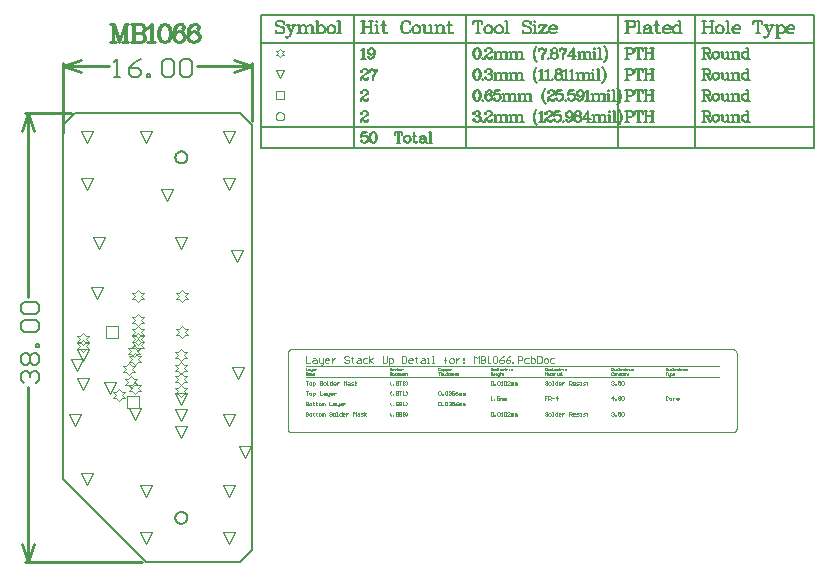
<source format=gbr>
%FSTAX23Y23*%
%MOIN*%
%SFA1B1*%

%IPPOS*%
%ADD15C,0.008000*%
%ADD17C,0.010000*%
%ADD18C,0.005000*%
%ADD19C,0.006000*%
%ADD36C,0.001969*%
%ADD37C,0.003937*%
%ADD38C,0.006665*%
%ADD39C,0.004665*%
%LNmb1066-1*%
%LPD*%
G54D15*
X00734Y01797D02*
X00736Y01803D01*
Y01791*
X00734Y01797*
X0073Y01801*
X00724Y01803*
X00718*
X00712Y01801*
X00708Y01797*
Y01793*
X0071Y01789*
X00712Y01787*
X00716Y01785*
X00728Y01781*
X00732Y01779*
X00736Y01775*
X00708Y01793D02*
X00712Y01789D01*
X00716Y01787*
X00728Y01783*
X00732Y01781*
X00734Y01779*
X00736Y01775*
Y01767*
X00732Y01763*
X00726Y01761*
X0072*
X00714Y01763*
X0071Y01767*
X00708Y01773*
Y01761*
X0071Y01767*
X00746Y01789D02*
X00758Y01761D01*
X00748Y01789D02*
X00758Y01765D01*
X0077Y01789D02*
X00758Y01761D01*
X00754Y01753*
X0075Y01749*
X00746Y01747*
X00744*
X00742Y01749*
X00744Y01751*
X00746Y01749*
X00742Y01789D02*
X00754D01*
X00762D02*
X00774D01*
X00786D02*
Y01761D01*
X00788Y01789D02*
Y01761D01*
Y01783D02*
X00792Y01787D01*
X00798Y01789*
X00802*
X00808Y01787*
X0081Y01783*
Y01761*
X00802Y01789D02*
X00806Y01787D01*
X00808Y01783*
Y01761*
X0081Y01783D02*
X00814Y01787D01*
X0082Y01789*
X00824*
X0083Y01787*
X00832Y01783*
Y01761*
X00824Y01789D02*
X00828Y01787D01*
X0083Y01783*
Y01761*
X0078Y01789D02*
X00788D01*
X0078Y01761D02*
X00794D01*
X00802D02*
X00816D01*
X00824D02*
X00838D01*
X00847Y01803D02*
Y01761D01*
X00849Y01803D02*
Y01761D01*
Y01783D02*
X00853Y01787D01*
X00857Y01789*
X00861*
X00867Y01787*
X00871Y01783*
X00873Y01777*
Y01773*
X00871Y01767*
X00867Y01763*
X00861Y01761*
X00857*
X00853Y01763*
X00849Y01767*
X00861Y01789D02*
X00865Y01787D01*
X00869Y01783*
X00871Y01777*
Y01773*
X00869Y01767*
X00865Y01763*
X00861Y01761*
X00841Y01803D02*
X00849D01*
X00891Y01789D02*
X00885Y01787D01*
X00881Y01783*
X00879Y01777*
Y01773*
X00881Y01767*
X00885Y01763*
X00891Y01761*
X00895*
X00901Y01763*
X00905Y01767*
X00907Y01773*
Y01777*
X00905Y01783*
X00901Y01787*
X00895Y01789*
X00891*
X00887Y01787*
X00883Y01783*
X00881Y01777*
Y01773*
X00883Y01767*
X00887Y01763*
X00891Y01761*
X00895D02*
X00899Y01763D01*
X00903Y01767*
X00905Y01773*
Y01777*
X00903Y01783*
X00899Y01787*
X00895Y01789*
X00919Y01803D02*
Y01761D01*
X00921Y01803D02*
Y01761D01*
X00913Y01803D02*
X00921D01*
X00913Y01761D02*
X00927D01*
X00999Y01803D02*
Y01761D01*
X01001Y01803D02*
Y01761D01*
X01025Y01803D02*
Y01761D01*
X01027Y01803D02*
Y01761D01*
X00993Y01803D02*
X01007D01*
X01019D02*
X01033D01*
X01001Y01783D02*
X01025D01*
X00993Y01761D02*
X01007D01*
X01019D02*
X01033D01*
X01044Y01803D02*
X01042Y01801D01*
X01044Y01799*
X01046Y01801*
X01044Y01803*
Y01789D02*
Y01761D01*
X01046Y01789D02*
Y01761D01*
X01038Y01789D02*
X01046D01*
X01038Y01761D02*
X01052D01*
X01072D02*
X0107Y01763D01*
X01068Y01769*
Y01803*
X01066*
Y01769*
X01068Y01763*
X01072Y01761*
X01076*
X0108Y01763*
X01082Y01767*
X0106Y01789D02*
X01076D01*
X01154Y01797D02*
X01156Y01791D01*
Y01803*
X01154Y01797*
X0115Y01801*
X01144Y01803*
X0114*
X01134Y01801*
X0113Y01797*
X01128Y01793*
X01126Y01787*
Y01777*
X01128Y01771*
X0113Y01767*
X01134Y01763*
X0114Y01761*
X01144*
X0115Y01763*
X01154Y01767*
X01156Y01771*
X0114Y01803D02*
X01136Y01801D01*
X01132Y01797*
X0113Y01793*
X01128Y01787*
Y01777*
X0113Y01771*
X01132Y01767*
X01136Y01763*
X0114Y01761*
X01174Y01789D02*
X01168Y01787D01*
X01164Y01783*
X01162Y01777*
Y01773*
X01164Y01767*
X01168Y01763*
X01174Y01761*
X01178*
X01184Y01763*
X01188Y01767*
X0119Y01773*
Y01777*
X01188Y01783*
X01184Y01787*
X01178Y01789*
X01174*
X0117Y01787*
X01166Y01783*
X01164Y01777*
Y01773*
X01166Y01767*
X0117Y01763*
X01174Y01761*
X01178D02*
X01182Y01763D01*
X01186Y01767*
X01188Y01773*
Y01777*
X01186Y01783*
X01182Y01787*
X01178Y01789*
X01203D02*
Y01767D01*
X01205Y01763*
X01211Y01761*
X01215*
X01221Y01763*
X01225Y01767*
X01205Y01789D02*
Y01767D01*
X01207Y01763*
X01211Y01761*
X01225Y01789D02*
Y01761D01*
X01227Y01789D02*
Y01761D01*
X01197Y01789D02*
X01205D01*
X01219D02*
X01227D01*
X01225Y01761D02*
X01233D01*
X01244Y01789D02*
Y01761D01*
X01246Y01789D02*
Y01761D01*
Y01783D02*
X0125Y01787D01*
X01256Y01789*
X0126*
X01266Y01787*
X01268Y01783*
Y01761*
X0126Y01789D02*
X01264Y01787D01*
X01266Y01783*
Y01761*
X01238Y01789D02*
X01246D01*
X01238Y01761D02*
X01252D01*
X0126D02*
X01274D01*
X01291D02*
X01289Y01763D01*
X01287Y01769*
Y01803*
X01285*
Y01769*
X01287Y01763*
X01291Y01761*
X01295*
X01299Y01763*
X01301Y01767*
X01279Y01789D02*
X01295D01*
X01381Y01803D02*
Y01761D01*
X01383Y01803D02*
Y01761D01*
X01369Y01803D02*
X01367Y01791D01*
Y01803*
X01397*
Y01791*
X01395Y01803*
X01375Y01761D02*
X01389D01*
X01415Y01789D02*
X01409Y01787D01*
X01405Y01783*
X01403Y01777*
Y01773*
X01405Y01767*
X01409Y01763*
X01415Y01761*
X01419*
X01425Y01763*
X01429Y01767*
X01431Y01773*
Y01777*
X01429Y01783*
X01425Y01787*
X01419Y01789*
X01415*
X01411Y01787*
X01407Y01783*
X01405Y01777*
Y01773*
X01407Y01767*
X01411Y01763*
X01415Y01761*
X01419D02*
X01423Y01763D01*
X01427Y01767*
X01429Y01773*
Y01777*
X01427Y01783*
X01423Y01787*
X01419Y01789*
X0145D02*
X01444Y01787D01*
X0144Y01783*
X01438Y01777*
Y01773*
X0144Y01767*
X01444Y01763*
X0145Y01761*
X01454*
X0146Y01763*
X01464Y01767*
X01466Y01773*
Y01777*
X01464Y01783*
X0146Y01787*
X01454Y01789*
X0145*
X01446Y01787*
X01442Y01783*
X0144Y01777*
Y01773*
X01442Y01767*
X01446Y01763*
X0145Y01761*
X01454D02*
X01458Y01763D01*
X01462Y01767*
X01464Y01773*
Y01777*
X01462Y01783*
X01458Y01787*
X01454Y01789*
X01478Y01803D02*
Y01761D01*
X0148Y01803D02*
Y01761D01*
X01472Y01803D02*
X0148D01*
X01472Y01761D02*
X01486D01*
X01557Y01797D02*
X01559Y01803D01*
Y01791*
X01557Y01797*
X01553Y01801*
X01547Y01803*
X01541*
X01535Y01801*
X01531Y01797*
Y01793*
X01533Y01789*
X01535Y01787*
X01539Y01785*
X01551Y01781*
X01555Y01779*
X01559Y01775*
X01531Y01793D02*
X01535Y01789D01*
X01539Y01787*
X01551Y01783*
X01555Y01781*
X01557Y01779*
X01559Y01775*
Y01767*
X01555Y01763*
X01549Y01761*
X01543*
X01537Y01763*
X01533Y01767*
X01531Y01773*
Y01761*
X01533Y01767*
X01571Y01803D02*
X01569Y01801D01*
X01571Y01799*
X01573Y01801*
X01571Y01803*
Y01789D02*
Y01761D01*
X01573Y01789D02*
Y01761D01*
X01565Y01789D02*
X01573D01*
X01565Y01761D02*
X01579D01*
X01609Y01789D02*
X01587Y01761D01*
X01611Y01789D02*
X01589Y01761D01*
Y01789D02*
X01587Y01781D01*
Y01789*
X01611*
X01587Y01761D02*
X01611D01*
Y01769*
X01609Y01761*
X0162Y01777D02*
X01644D01*
Y01781*
X01642Y01785*
X0164Y01787*
X01636Y01789*
X0163*
X01624Y01787*
X0162Y01783*
X01618Y01777*
Y01773*
X0162Y01767*
X01624Y01763*
X0163Y01761*
X01634*
X0164Y01763*
X01644Y01767*
X01642Y01777D02*
Y01783D01*
X0164Y01787*
X0163Y01789D02*
X01626Y01787D01*
X01622Y01783*
X0162Y01777*
Y01773*
X01622Y01767*
X01626Y01763*
X0163Y01761*
X01879Y01803D02*
Y01761D01*
X01881Y01803D02*
Y01761D01*
X01873Y01803D02*
X01897D01*
X01903Y01801*
X01905Y01799*
X01907Y01795*
Y01789*
X01905Y01785*
X01903Y01783*
X01897Y01781*
X01881*
X01897Y01803D02*
X01901Y01801D01*
X01903Y01799*
X01905Y01795*
Y01789*
X01903Y01785*
X01901Y01783*
X01897Y01781*
X01873Y01761D02*
X01887D01*
X01918Y01803D02*
Y01761D01*
X0192Y01803D02*
Y01761D01*
X01912Y01803D02*
X0192D01*
X01912Y01761D02*
X01926D01*
X01938Y01785D02*
Y01783D01*
X01936*
Y01785*
X01938Y01787*
X01942Y01789*
X0195*
X01954Y01787*
X01956Y01785*
X01958Y01781*
Y01767*
X0196Y01763*
X01962Y01761*
X01956Y01785D02*
Y01767D01*
X01958Y01763*
X01962Y01761*
X01964*
X01956Y01781D02*
X01954Y01779D01*
X01942Y01777*
X01936Y01775*
X01934Y01771*
Y01767*
X01936Y01763*
X01942Y01761*
X01948*
X01952Y01763*
X01956Y01767*
X01942Y01777D02*
X01938Y01775D01*
X01936Y01771*
Y01767*
X01938Y01763*
X01942Y01761*
X01982D02*
X0198Y01763D01*
X01978Y01769*
Y01803*
X01976*
Y01769*
X01978Y01763*
X01982Y01761*
X01986*
X0199Y01763*
X01992Y01767*
X0197Y01789D02*
X01986D01*
X02Y01777D02*
X02024D01*
Y01781*
X02022Y01785*
X0202Y01787*
X02016Y01789*
X0201*
X02004Y01787*
X02Y01783*
X01998Y01777*
Y01773*
X02Y01767*
X02004Y01763*
X0201Y01761*
X02014*
X0202Y01763*
X02024Y01767*
X02022Y01777D02*
Y01783D01*
X0202Y01787*
X0201Y01789D02*
X02006Y01787D01*
X02002Y01783*
X02Y01777*
Y01773*
X02002Y01767*
X02006Y01763*
X0201Y01761*
X02055Y01803D02*
Y01761D01*
X02057Y01803D02*
Y01761D01*
X02055Y01783D02*
X02051Y01787D01*
X02047Y01789*
X02043*
X02037Y01787*
X02033Y01783*
X02031Y01777*
Y01773*
X02033Y01767*
X02037Y01763*
X02043Y01761*
X02047*
X02051Y01763*
X02055Y01767*
X02043Y01789D02*
X02039Y01787D01*
X02035Y01783*
X02033Y01777*
Y01773*
X02035Y01767*
X02039Y01763*
X02043Y01761*
X02049Y01803D02*
X02057D01*
X02055Y01761D02*
X02063D01*
X02135Y01803D02*
Y01761D01*
X02137Y01803D02*
Y01761D01*
X02161Y01803D02*
Y01761D01*
X02163Y01803D02*
Y01761D01*
X02129Y01803D02*
X02143D01*
X02155D02*
X02169D01*
X02137Y01783D02*
X02161D01*
X02129Y01761D02*
X02143D01*
X02155D02*
X02169D01*
X02186Y01789D02*
X0218Y01787D01*
X02176Y01783*
X02174Y01777*
Y01773*
X02176Y01767*
X0218Y01763*
X02186Y01761*
X0219*
X02196Y01763*
X022Y01767*
X02202Y01773*
Y01777*
X022Y01783*
X02196Y01787*
X0219Y01789*
X02186*
X02182Y01787*
X02178Y01783*
X02176Y01777*
Y01773*
X02178Y01767*
X02182Y01763*
X02186Y01761*
X0219D02*
X02194Y01763D01*
X02198Y01767*
X022Y01773*
Y01777*
X02198Y01783*
X02194Y01787*
X0219Y01789*
X02214Y01803D02*
Y01761D01*
X02216Y01803D02*
Y01761D01*
X02208Y01803D02*
X02216D01*
X02208Y01761D02*
X02222D01*
X02232Y01777D02*
X02256D01*
Y01781*
X02254Y01785*
X02252Y01787*
X02248Y01789*
X02242*
X02236Y01787*
X02232Y01783*
X0223Y01777*
Y01773*
X02232Y01767*
X02236Y01763*
X02242Y01761*
X02246*
X02252Y01763*
X02256Y01767*
X02254Y01777D02*
Y01783D01*
X02252Y01787*
X02242Y01789D02*
X02238Y01787D01*
X02234Y01783*
X02232Y01777*
Y01773*
X02234Y01767*
X02238Y01763*
X02242Y01761*
X02314Y01803D02*
Y01761D01*
X02316Y01803D02*
Y01761D01*
X02302Y01803D02*
X023Y01791D01*
Y01803*
X0233*
Y01791*
X02328Y01803*
X02308Y01761D02*
X02322D01*
X0234Y01789D02*
X02352Y01761D01*
X02342Y01789D02*
X02352Y01765D01*
X02364Y01789D02*
X02352Y01761D01*
X02348Y01753*
X02344Y01749*
X0234Y01747*
X02338*
X02336Y01749*
X02338Y01751*
X0234Y01749*
X02336Y01789D02*
X02348D01*
X02356D02*
X02368D01*
X0238D02*
Y01747D01*
X02382Y01789D02*
Y01747D01*
Y01783D02*
X02386Y01787D01*
X0239Y01789*
X02394*
X024Y01787*
X02404Y01783*
X02406Y01777*
Y01773*
X02404Y01767*
X024Y01763*
X02394Y01761*
X0239*
X02386Y01763*
X02382Y01767*
X02394Y01789D02*
X02398Y01787D01*
X02402Y01783*
X02404Y01777*
Y01773*
X02402Y01767*
X02398Y01763*
X02394Y01761*
X02374Y01789D02*
X02382D01*
X02374Y01747D02*
X02388D01*
X02413Y01777D02*
X02437D01*
Y01781*
X02435Y01785*
X02433Y01787*
X02429Y01789*
X02423*
X02417Y01787*
X02413Y01783*
X02411Y01777*
Y01773*
X02413Y01767*
X02417Y01763*
X02423Y01761*
X02427*
X02433Y01763*
X02437Y01767*
X02435Y01777D02*
Y01783D01*
X02433Y01787*
X02423Y01789D02*
X02419Y01787D01*
X02415Y01783*
X02413Y01777*
Y01773*
X02415Y01767*
X02419Y01763*
X02423Y01761*
X00658Y01824D02*
X02503D01*
X00658Y0173D02*
X02503D01*
X00658Y01824D02*
Y0138D01*
X02503Y01824D02*
Y0138D01*
X00968Y01824D02*
Y0138D01*
X01342Y01824D02*
Y0138D01*
X01848Y01824D02*
Y0138D01*
X02104Y01824D02*
Y0138D01*
X00658Y0145D02*
X02503D01*
X00658Y0138D02*
X02503D01*
G54D17*
X00629Y01469D02*
Y01663D01*
X0Y01429D02*
Y01663D01*
X00444Y01653D02*
X00629D01*
X0D02*
X00153D01*
X00569Y01673D02*
X00629Y01653D01*
X00569Y01633D02*
X00629Y01653D01*
X0D02*
X0006Y01633D01*
X0Y01653D02*
X0006Y01673D01*
X-00128Y01496D02*
X00026D01*
X-00128Y0D02*
X00263D01*
X-00118Y00882D02*
Y01496D01*
Y0D02*
Y00581D01*
X-00138Y01436D02*
X-00118Y01496D01*
X-00098Y01436*
X-00118Y0D02*
X-00098Y0006D01*
X-00138D02*
X-00118Y0D01*
X00166Y01792D02*
Y01732D01*
X00168Y01792D02*
X00186Y0174D01*
X00166Y01792D02*
X00186Y01732D01*
X00206Y01792D02*
X00186Y01732D01*
X00206Y01792D02*
Y01732D01*
X00208Y01792D02*
Y01732D01*
X00157Y01792D02*
X00168D01*
X00206D02*
X00217D01*
X00157Y01732D02*
X00174D01*
X00197D02*
X00217D01*
X00232Y01792D02*
Y01732D01*
X00235Y01792D02*
Y01732D01*
X00224Y01792D02*
X00258D01*
X00267Y01789*
X0027Y01786*
X00272Y0178*
Y01775*
X0027Y01769*
X00267Y01766*
X00258Y01763*
Y01792D02*
X00264Y01789D01*
X00267Y01786*
X0027Y0178*
Y01775*
X00267Y01769*
X00264Y01766*
X00258Y01763*
X00235D02*
X00258D01*
X00267Y0176*
X0027Y01757*
X00272Y01752*
Y01743*
X0027Y01737*
X00267Y01735*
X00258Y01732*
X00224*
X00258Y01763D02*
X00264Y0176D01*
X00267Y01757*
X0027Y01752*
Y01743*
X00267Y01737*
X00264Y01735*
X00258Y01732*
X0028Y0178D02*
X00286Y01783D01*
X00295Y01792*
Y01732*
X00292Y01789D02*
Y01732D01*
X0028D02*
X00306D01*
X00334Y01792D02*
X00325Y01789D01*
X00319Y0178*
X00316Y01766*
Y01757*
X00319Y01743*
X00325Y01735*
X00334Y01732*
X00339*
X00348Y01735*
X00354Y01743*
X00356Y01757*
Y01766*
X00354Y0178*
X00348Y01789*
X00339Y01792*
X00334*
X00328Y01789*
X00325Y01786*
X00322Y0178*
X00319Y01766*
Y01757*
X00322Y01743*
X00325Y01737*
X00328Y01735*
X00334Y01732*
X00339D02*
X00345Y01735D01*
X00348Y01737*
X00351Y01743*
X00354Y01757*
Y01766*
X00351Y0178*
X00348Y01786*
X00345Y01789*
X00339Y01792*
X004Y01783D02*
X00397Y0178D01*
X004Y01777*
X00402Y0178*
Y01783*
X004Y01789*
X00394Y01792*
X00385*
X00377Y01789*
X00371Y01783*
X00368Y01777*
X00365Y01766*
Y01749*
X00368Y0174*
X00374Y01735*
X00382Y01732*
X00388*
X00397Y01735*
X00402Y0174*
X00405Y01749*
Y01752*
X00402Y0176*
X00397Y01766*
X00388Y01769*
X00385*
X00377Y01766*
X00371Y0176*
X00368Y01752*
X00385Y01792D02*
X0038Y01789D01*
X00374Y01783*
X00371Y01777*
X00368Y01766*
Y01749*
X00371Y0174*
X00377Y01735*
X00382Y01732*
X00388D02*
X00394Y01735D01*
X004Y0174*
X00402Y01749*
Y01752*
X004Y0176*
X00394Y01766*
X00388Y01769*
X00448Y01783D02*
X00445Y0178D01*
X00448Y01777*
X00451Y0178*
Y01783*
X00448Y01789*
X00443Y01792*
X00434*
X00425Y01789*
X0042Y01783*
X00417Y01777*
X00414Y01766*
Y01749*
X00417Y0174*
X00423Y01735*
X00431Y01732*
X00437*
X00445Y01735*
X00451Y0174*
X00454Y01749*
Y01752*
X00451Y0176*
X00445Y01766*
X00437Y01769*
X00434*
X00425Y01766*
X0042Y0176*
X00417Y01752*
X00434Y01792D02*
X00428Y01789D01*
X00423Y01783*
X0042Y01777*
X00417Y01766*
Y01749*
X0042Y0174*
X00425Y01735*
X00431Y01732*
X00437D02*
X00443Y01735D01*
X00448Y0174*
X00451Y01749*
Y01752*
X00448Y0176*
X00443Y01766*
X00437Y01769*
G54D18*
X0Y00275D02*
Y00354D01*
X0059Y0D02*
X00629Y00039D01*
X0059Y01496D02*
X00629Y01456D01*
Y00039D02*
Y01456D01*
X0Y00275D02*
Y01456D01*
Y00275D02*
X00275Y0D01*
X0Y01456D02*
X00039Y01496D01*
X0059*
X00275Y0D02*
X0059D01*
X00993Y01705D02*
X00997Y01707D01*
X01002Y01712*
Y01677*
X01Y0171D02*
Y01677D01*
X00993D02*
X01008D01*
X01036Y017D02*
X01034Y01695D01*
X01031Y01692*
X01026Y0169*
X01024*
X01019Y01692*
X01016Y01695*
X01014Y017*
Y01702*
X01016Y01707*
X01019Y0171*
X01024Y01712*
X01028*
X01033Y0171*
X01036Y01707*
X01038Y01702*
Y01692*
X01036Y01685*
X01034Y01682*
X01031Y01679*
X01026Y01677*
X01021*
X01018Y01679*
X01016Y01682*
Y01684*
X01018Y01685*
X01019Y01684*
X01018Y01682*
X01024Y0169D02*
X01021Y01692D01*
X01018Y01695*
X01016Y017*
Y01702*
X01018Y01707*
X01021Y0171*
X01024Y01712*
X01028D02*
X01031Y0171D01*
X01034Y01707*
X01036Y01702*
Y01692*
X01034Y01685*
X01033Y01682*
X01029Y01679*
X01026Y01677*
X01377Y01712D02*
X01372Y0171D01*
X01369Y01705*
X01367Y01697*
Y01692*
X01369Y01684*
X01372Y01679*
X01377Y01677*
X01381*
X01386Y01679*
X01389Y01684*
X01391Y01692*
Y01697*
X01389Y01705*
X01386Y0171*
X01381Y01712*
X01377*
X01374Y0171*
X01372Y01709*
X01371Y01705*
X01369Y01697*
Y01692*
X01371Y01684*
X01372Y0168*
X01374Y01679*
X01377Y01677*
X01381D02*
X01384Y01679D01*
X01386Y0168*
X01387Y01684*
X01389Y01692*
Y01697*
X01387Y01705*
X01386Y01709*
X01384Y0171*
X01381Y01712*
X01398Y0168D02*
X01396Y01679D01*
X01398Y01677*
X01399Y01679*
X01398Y0168*
X01408Y01705D02*
X0141Y01704D01*
X01408Y01702*
X01406Y01704*
Y01705*
X01408Y01709*
X0141Y0171*
X01415Y01712*
X01421*
X01426Y0171*
X01428Y01709*
X0143Y01705*
Y01702*
X01428Y01699*
X01423Y01695*
X01415Y01692*
X01411Y0169*
X01408Y01687*
X01406Y01682*
Y01677*
X01421Y01712D02*
X01425Y0171D01*
X01426Y01709*
X01428Y01705*
Y01702*
X01426Y01699*
X01421Y01695*
X01415Y01692*
X01406Y0168D02*
X01408Y01682D01*
X01411*
X0142Y01679*
X01425*
X01428Y0168*
X0143Y01682*
Y01685*
X01411Y01682D02*
X0142Y01677D01*
X01426*
X01428Y01679*
X0143Y01682*
X0144Y017D02*
Y01677D01*
X01442Y017D02*
Y01677D01*
Y01695D02*
X01445Y01699D01*
X0145Y017*
X01453*
X01458Y01699*
X0146Y01695*
Y01677*
X01453Y017D02*
X01457Y01699D01*
X01458Y01695*
Y01677*
X0146Y01695D02*
X01463Y01699D01*
X01468Y017*
X01472*
X01477Y01699*
X01478Y01695*
Y01677*
X01472Y017D02*
X01475Y01699D01*
X01477Y01695*
Y01677*
X01435Y017D02*
X01442D01*
X01435Y01677D02*
X01447D01*
X01453D02*
X01465D01*
X01472D02*
X01483D01*
X01491Y017D02*
Y01677D01*
X01493Y017D02*
Y01677D01*
Y01695D02*
X01496Y01699D01*
X01501Y017*
X01504*
X01509Y01699*
X01511Y01695*
Y01677*
X01504Y017D02*
X01508Y01699D01*
X01509Y01695*
Y01677*
X01511Y01695D02*
X01514Y01699D01*
X01519Y017*
X01523*
X01528Y01699*
X01529Y01695*
Y01677*
X01523Y017D02*
X01526Y01699D01*
X01528Y01695*
Y01677*
X01486Y017D02*
X01493D01*
X01486Y01677D02*
X01498D01*
X01504D02*
X01516D01*
X01523D02*
X01534D01*
X0158Y01719D02*
X01577Y01715D01*
X01573Y0171*
X0157Y01704*
X01568Y01695*
Y01689*
X0157Y0168*
X01573Y01674*
X01577Y01669*
X0158Y01665*
X01577Y01715D02*
X01573Y01709D01*
X01572Y01704*
X0157Y01695*
Y01689*
X01572Y0168*
X01573Y01675*
X01577Y01669*
X01586Y01712D02*
Y01702D01*
Y01705D02*
X01588Y01709D01*
X01591Y01712*
X01595*
X01603Y01707*
X01606*
X01608Y01709*
X0161Y01712*
X01588Y01709D02*
X01591Y0171D01*
X01595*
X01603Y01707*
X0161Y01712D02*
Y01707D01*
X01608Y01702*
X01601Y01694*
X016Y0169*
X01598Y01685*
Y01677*
X01608Y01702D02*
X016Y01694D01*
X01598Y0169*
X01596Y01685*
Y01677*
X01617Y0168D02*
X01615Y01679D01*
X01617Y01677*
X01618Y01679*
X01617Y0168*
X01634Y01712D02*
X01629Y0171D01*
X01627Y01707*
Y01702*
X01629Y01699*
X01634Y01697*
X0164*
X01645Y01699*
X01647Y01702*
Y01707*
X01645Y0171*
X0164Y01712*
X01634*
X0163Y0171*
X01629Y01707*
Y01702*
X0163Y01699*
X01634Y01697*
X0164D02*
X01644Y01699D01*
X01645Y01702*
Y01707*
X01644Y0171*
X0164Y01712*
X01634Y01697D02*
X01629Y01695D01*
X01627Y01694*
X01625Y0169*
Y01684*
X01627Y0168*
X01629Y01679*
X01634Y01677*
X0164*
X01645Y01679*
X01647Y0168*
X01649Y01684*
Y0169*
X01647Y01694*
X01645Y01695*
X0164Y01697*
X01634D02*
X0163Y01695D01*
X01629Y01694*
X01627Y0169*
Y01684*
X01629Y0168*
X0163Y01679*
X01634Y01677*
X0164D02*
X01644Y01679D01*
X01645Y0168*
X01647Y01684*
Y0169*
X01645Y01694*
X01644Y01695*
X0164Y01697*
X01654Y01712D02*
Y01702D01*
Y01705D02*
X01656Y01709D01*
X01659Y01712*
X01662*
X01671Y01707*
X01674*
X01676Y01709*
X01677Y01712*
X01656Y01709D02*
X01659Y0171D01*
X01662*
X01671Y01707*
X01677Y01712D02*
Y01707D01*
X01676Y01702*
X01669Y01694*
X01667Y0169*
X01666Y01685*
Y01677*
X01676Y01702D02*
X01667Y01694D01*
X01666Y0169*
X01664Y01685*
Y01677*
X01699Y01709D02*
Y01677D01*
X01709Y01687D02*
X01682D01*
X01701Y01712*
Y01677*
X01694D02*
X01706D01*
X01719Y017D02*
Y01677D01*
X01721Y017D02*
Y01677D01*
Y01695D02*
X01724Y01699D01*
X01729Y017*
X01732*
X01737Y01699*
X01739Y01695*
Y01677*
X01732Y017D02*
X01736Y01699D01*
X01737Y01695*
Y01677*
X01739Y01695D02*
X01742Y01699D01*
X01747Y017*
X01751*
X01756Y01699*
X01757Y01695*
Y01677*
X01751Y017D02*
X01754Y01699D01*
X01756Y01695*
Y01677*
X01714Y017D02*
X01721D01*
X01714Y01677D02*
X01726D01*
X01732D02*
X01744D01*
X01751D02*
X01762D01*
X0177Y01712D02*
X01768Y0171D01*
X0177Y01709*
X01772Y0171*
X0177Y01712*
Y017D02*
Y01677D01*
X01772Y017D02*
Y01677D01*
X01765Y017D02*
X01772D01*
X01765Y01677D02*
X01777D01*
X01788Y01712D02*
Y01677D01*
X0179Y01712D02*
Y01677D01*
X01783Y01712D02*
X0179D01*
X01783Y01677D02*
X01795D01*
X01801Y01719D02*
X01804Y01715D01*
X01808Y0171*
X01811Y01704*
X01813Y01695*
Y01689*
X01811Y0168*
X01808Y01674*
X01804Y01669*
X01801Y01665*
X01804Y01715D02*
X01808Y01709D01*
X01809Y01704*
X01811Y01695*
Y01689*
X01809Y0168*
X01808Y01675*
X01804Y01669*
X01878Y01712D02*
Y01677D01*
X01879Y01712D02*
Y01677D01*
X01873Y01712D02*
X01893D01*
X01898Y0171*
X01899Y01709*
X01901Y01705*
Y017*
X01899Y01697*
X01898Y01695*
X01893Y01694*
X01879*
X01893Y01712D02*
X01896Y0171D01*
X01898Y01709*
X01899Y01705*
Y017*
X01898Y01697*
X01896Y01695*
X01893Y01694*
X01873Y01677D02*
X01884D01*
X01917Y01712D02*
Y01677D01*
X01919Y01712D02*
Y01677D01*
X01907Y01712D02*
X01906Y01702D01*
Y01712*
X01931*
Y01702*
X01929Y01712*
X01912Y01677D02*
X01924D01*
X01941Y01712D02*
Y01677D01*
X01942Y01712D02*
Y01677D01*
X01962Y01712D02*
Y01677D01*
X01964Y01712D02*
Y01677D01*
X01936Y01712D02*
X01947D01*
X01957D02*
X01969D01*
X01942Y01695D02*
X01962D01*
X01936Y01677D02*
X01947D01*
X01957D02*
X01969D01*
X02134Y01712D02*
Y01677D01*
X02136Y01712D02*
Y01677D01*
X02129Y01712D02*
X02149D01*
X02154Y0171*
X02156Y01709*
X02157Y01705*
Y01702*
X02156Y01699*
X02154Y01697*
X02149Y01695*
X02136*
X02149Y01712D02*
X02152Y0171D01*
X02154Y01709*
X02156Y01705*
Y01702*
X02154Y01699*
X02152Y01697*
X02149Y01695*
X02129Y01677D02*
X02141D01*
X02144Y01695D02*
X02147Y01694D01*
X02149Y01692*
X02154Y0168*
X02156Y01679*
X02157*
X02159Y0168*
X02147Y01694D02*
X02149Y0169D01*
X02152Y01679*
X02154Y01677*
X02157*
X02159Y0168*
Y01682*
X02173Y017D02*
X02168Y01699D01*
X02165Y01695*
X02163Y0169*
Y01687*
X02165Y01682*
X02168Y01679*
X02173Y01677*
X02177*
X02182Y01679*
X02185Y01682*
X02187Y01687*
Y0169*
X02185Y01695*
X02182Y01699*
X02177Y017*
X02173*
X0217Y01699*
X02167Y01695*
X02165Y0169*
Y01687*
X02167Y01682*
X0217Y01679*
X02173Y01677*
X02177D02*
X0218Y01679D01*
X02183Y01682*
X02185Y01687*
Y0169*
X02183Y01695*
X0218Y01699*
X02177Y017*
X02197D02*
Y01682D01*
X02199Y01679*
X02204Y01677*
X02207*
X02212Y01679*
X02215Y01682*
X02199Y017D02*
Y01682D01*
X022Y01679*
X02204Y01677*
X02215Y017D02*
Y01677D01*
X02217Y017D02*
Y01677D01*
X02192Y017D02*
X02199D01*
X0221D02*
X02217D01*
X02215Y01677D02*
X02222D01*
X02231Y017D02*
Y01677D01*
X02233Y017D02*
Y01677D01*
Y01695D02*
X02236Y01699D01*
X02241Y017*
X02245*
X0225Y01699*
X02251Y01695*
Y01677*
X02245Y017D02*
X02248Y01699D01*
X0225Y01695*
Y01677*
X02226Y017D02*
X02233D01*
X02226Y01677D02*
X02238D01*
X02245D02*
X02256D01*
X02281Y01712D02*
Y01677D01*
X02283Y01712D02*
Y01677D01*
X02281Y01695D02*
X02278Y01699D01*
X02274Y017*
X02271*
X02266Y01699*
X02263Y01695*
X02261Y0169*
Y01687*
X02263Y01682*
X02266Y01679*
X02271Y01677*
X02274*
X02278Y01679*
X02281Y01682*
X02271Y017D02*
X02268Y01699D01*
X02264Y01695*
X02263Y0169*
Y01687*
X02264Y01682*
X02268Y01679*
X02271Y01677*
X02276Y01712D02*
X02283D01*
X02281Y01677D02*
X02288D01*
X00995Y01635D02*
X00997Y01634D01*
X00995Y01632*
X00993Y01634*
Y01635*
X00995Y01639*
X00997Y0164*
X01002Y01642*
X01008*
X01013Y0164*
X01015Y01639*
X01017Y01635*
Y01632*
X01015Y01629*
X0101Y01625*
X01002Y01622*
X00998Y0162*
X00995Y01617*
X00993Y01612*
Y01607*
X01008Y01642D02*
X01012Y0164D01*
X01013Y01639*
X01015Y01635*
Y01632*
X01013Y01629*
X01008Y01625*
X01002Y01622*
X00993Y0161D02*
X00995Y01612D01*
X00998*
X01007Y01609*
X01012*
X01015Y0161*
X01017Y01612*
Y01615*
X00998Y01612D02*
X01007Y01607D01*
X01013*
X01015Y01609*
X01017Y01612*
X01022Y01642D02*
Y01632D01*
Y01635D02*
X01023Y01639D01*
X01027Y01642*
X0103*
X01038Y01637*
X01042*
X01043Y01639*
X01045Y01642*
X01023Y01639D02*
X01027Y0164D01*
X0103*
X01038Y01637*
X01045Y01642D02*
Y01637D01*
X01043Y01632*
X01037Y01624*
X01035Y0162*
X01033Y01615*
Y01607*
X01043Y01632D02*
X01035Y01624D01*
X01033Y0162*
X01032Y01615*
Y01607*
X01377Y01642D02*
X01372Y0164D01*
X01369Y01635*
X01367Y01627*
Y01622*
X01369Y01614*
X01372Y01609*
X01377Y01607*
X01381*
X01386Y01609*
X01389Y01614*
X01391Y01622*
Y01627*
X01389Y01635*
X01386Y0164*
X01381Y01642*
X01377*
X01374Y0164*
X01372Y01639*
X01371Y01635*
X01369Y01627*
Y01622*
X01371Y01614*
X01372Y0161*
X01374Y01609*
X01377Y01607*
X01381D02*
X01384Y01609D01*
X01386Y0161*
X01387Y01614*
X01389Y01622*
Y01627*
X01387Y01635*
X01386Y01639*
X01384Y0164*
X01381Y01642*
X01398Y0161D02*
X01396Y01609D01*
X01398Y01607*
X01399Y01609*
X01398Y0161*
X01408Y01635D02*
X0141Y01634D01*
X01408Y01632*
X01406Y01634*
Y01635*
X01408Y01639*
X0141Y0164*
X01415Y01642*
X01421*
X01426Y0164*
X01428Y01637*
Y01632*
X01426Y01629*
X01421Y01627*
X01416*
X01421Y01642D02*
X01425Y0164D01*
X01426Y01637*
Y01632*
X01425Y01629*
X01421Y01627*
X01425Y01625*
X01428Y01622*
X0143Y01619*
Y01614*
X01428Y0161*
X01426Y01609*
X01421Y01607*
X01415*
X0141Y01609*
X01408Y0161*
X01406Y01614*
Y01615*
X01408Y01617*
X0141Y01615*
X01408Y01614*
X01426Y01624D02*
X01428Y01619D01*
Y01614*
X01426Y0161*
X01425Y01609*
X01421Y01607*
X0144Y0163D02*
Y01607D01*
X01442Y0163D02*
Y01607D01*
Y01625D02*
X01445Y01629D01*
X0145Y0163*
X01453*
X01458Y01629*
X0146Y01625*
Y01607*
X01453Y0163D02*
X01457Y01629D01*
X01458Y01625*
Y01607*
X0146Y01625D02*
X01463Y01629D01*
X01468Y0163*
X01472*
X01477Y01629*
X01478Y01625*
Y01607*
X01472Y0163D02*
X01475Y01629D01*
X01477Y01625*
Y01607*
X01435Y0163D02*
X01442D01*
X01435Y01607D02*
X01447D01*
X01453D02*
X01465D01*
X01472D02*
X01483D01*
X01491Y0163D02*
Y01607D01*
X01493Y0163D02*
Y01607D01*
Y01625D02*
X01496Y01629D01*
X01501Y0163*
X01504*
X01509Y01629*
X01511Y01625*
Y01607*
X01504Y0163D02*
X01508Y01629D01*
X01509Y01625*
Y01607*
X01511Y01625D02*
X01514Y01629D01*
X01519Y0163*
X01523*
X01528Y01629*
X01529Y01625*
Y01607*
X01523Y0163D02*
X01526Y01629D01*
X01528Y01625*
Y01607*
X01486Y0163D02*
X01493D01*
X01486Y01607D02*
X01498D01*
X01504D02*
X01516D01*
X01523D02*
X01534D01*
X0158Y01649D02*
X01577Y01645D01*
X01573Y0164*
X0157Y01634*
X01568Y01625*
Y01619*
X0157Y0161*
X01573Y01604*
X01577Y01599*
X0158Y01595*
X01577Y01645D02*
X01573Y01639D01*
X01572Y01634*
X0157Y01625*
Y01619*
X01572Y0161*
X01573Y01605*
X01577Y01599*
X01586Y01635D02*
X0159Y01637D01*
X01595Y01642*
Y01607*
X01593Y0164D02*
Y01607D01*
X01586D02*
X01601D01*
X01607Y01635D02*
X01611Y01637D01*
X01616Y01642*
Y01607*
X01614Y0164D02*
Y01607D01*
X01607D02*
X01622D01*
X0163Y0161D02*
X01628Y01609D01*
X0163Y01607*
X01632Y01609*
X0163Y0161*
X01647Y01642D02*
X01642Y0164D01*
X01641Y01637*
Y01632*
X01642Y01629*
X01647Y01627*
X01654*
X01659Y01629*
X01661Y01632*
Y01637*
X01659Y0164*
X01654Y01642*
X01647*
X01644Y0164*
X01642Y01637*
Y01632*
X01644Y01629*
X01647Y01627*
X01654D02*
X01657Y01629D01*
X01659Y01632*
Y01637*
X01657Y0164*
X01654Y01642*
X01647Y01627D02*
X01642Y01625D01*
X01641Y01624*
X01639Y0162*
Y01614*
X01641Y0161*
X01642Y01609*
X01647Y01607*
X01654*
X01659Y01609*
X01661Y0161*
X01662Y01614*
Y0162*
X01661Y01624*
X01659Y01625*
X01654Y01627*
X01647D02*
X01644Y01625D01*
X01642Y01624*
X01641Y0162*
Y01614*
X01642Y0161*
X01644Y01609*
X01647Y01607*
X01654D02*
X01657Y01609D01*
X01659Y0161*
X01661Y01614*
Y0162*
X01659Y01624*
X01657Y01625*
X01654Y01627*
X01667Y01635D02*
X01671Y01637D01*
X01676Y01642*
Y01607*
X01674Y0164D02*
Y01607D01*
X01667D02*
X01682D01*
X01688Y01635D02*
X01692Y01637D01*
X01697Y01642*
Y01607*
X01695Y0164D02*
Y01607D01*
X01688D02*
X01703D01*
X01714Y0163D02*
Y01607D01*
X01716Y0163D02*
Y01607D01*
Y01625D02*
X01719Y01629D01*
X01724Y0163*
X01728*
X01733Y01629*
X01734Y01625*
Y01607*
X01728Y0163D02*
X01731Y01629D01*
X01733Y01625*
Y01607*
X01734Y01625D02*
X01738Y01629D01*
X01743Y0163*
X01746*
X01751Y01629*
X01753Y01625*
Y01607*
X01746Y0163D02*
X01749Y01629D01*
X01751Y01625*
Y01607*
X01709Y0163D02*
X01716D01*
X01709Y01607D02*
X01721D01*
X01728D02*
X01739D01*
X01746D02*
X01758D01*
X01765Y01642D02*
X01764Y0164D01*
X01765Y01639*
X01767Y0164*
X01765Y01642*
Y0163D02*
Y01607D01*
X01767Y0163D02*
Y01607D01*
X0176Y0163D02*
X01767D01*
X0176Y01607D02*
X01772D01*
X01783Y01642D02*
Y01607D01*
X01785Y01642D02*
Y01607D01*
X01778Y01642D02*
X01785D01*
X01778Y01607D02*
X0179D01*
X01796Y01649D02*
X018Y01645D01*
X01803Y0164*
X01806Y01634*
X01808Y01625*
Y01619*
X01806Y0161*
X01803Y01604*
X018Y01599*
X01796Y01595*
X018Y01645D02*
X01803Y01639D01*
X01805Y01634*
X01806Y01625*
Y01619*
X01805Y0161*
X01803Y01605*
X018Y01599*
X01878Y01642D02*
Y01607D01*
X01879Y01642D02*
Y01607D01*
X01873Y01642D02*
X01893D01*
X01898Y0164*
X01899Y01639*
X01901Y01635*
Y0163*
X01899Y01627*
X01898Y01625*
X01893Y01624*
X01879*
X01893Y01642D02*
X01896Y0164D01*
X01898Y01639*
X01899Y01635*
Y0163*
X01898Y01627*
X01896Y01625*
X01893Y01624*
X01873Y01607D02*
X01884D01*
X01917Y01642D02*
Y01607D01*
X01919Y01642D02*
Y01607D01*
X01907Y01642D02*
X01906Y01632D01*
Y01642*
X01931*
Y01632*
X01929Y01642*
X01912Y01607D02*
X01924D01*
X01941Y01642D02*
Y01607D01*
X01942Y01642D02*
Y01607D01*
X01962Y01642D02*
Y01607D01*
X01964Y01642D02*
Y01607D01*
X01936Y01642D02*
X01947D01*
X01957D02*
X01969D01*
X01942Y01625D02*
X01962D01*
X01936Y01607D02*
X01947D01*
X01957D02*
X01969D01*
X02134Y01642D02*
Y01607D01*
X02136Y01642D02*
Y01607D01*
X02129Y01642D02*
X02149D01*
X02154Y0164*
X02156Y01639*
X02157Y01635*
Y01632*
X02156Y01629*
X02154Y01627*
X02149Y01625*
X02136*
X02149Y01642D02*
X02152Y0164D01*
X02154Y01639*
X02156Y01635*
Y01632*
X02154Y01629*
X02152Y01627*
X02149Y01625*
X02129Y01607D02*
X02141D01*
X02144Y01625D02*
X02147Y01624D01*
X02149Y01622*
X02154Y0161*
X02156Y01609*
X02157*
X02159Y0161*
X02147Y01624D02*
X02149Y0162D01*
X02152Y01609*
X02154Y01607*
X02157*
X02159Y0161*
Y01612*
X02173Y0163D02*
X02168Y01629D01*
X02165Y01625*
X02163Y0162*
Y01617*
X02165Y01612*
X02168Y01609*
X02173Y01607*
X02177*
X02182Y01609*
X02185Y01612*
X02187Y01617*
Y0162*
X02185Y01625*
X02182Y01629*
X02177Y0163*
X02173*
X0217Y01629*
X02167Y01625*
X02165Y0162*
Y01617*
X02167Y01612*
X0217Y01609*
X02173Y01607*
X02177D02*
X0218Y01609D01*
X02183Y01612*
X02185Y01617*
Y0162*
X02183Y01625*
X0218Y01629*
X02177Y0163*
X02197D02*
Y01612D01*
X02199Y01609*
X02204Y01607*
X02207*
X02212Y01609*
X02215Y01612*
X02199Y0163D02*
Y01612D01*
X022Y01609*
X02204Y01607*
X02215Y0163D02*
Y01607D01*
X02217Y0163D02*
Y01607D01*
X02192Y0163D02*
X02199D01*
X0221D02*
X02217D01*
X02215Y01607D02*
X02222D01*
X02231Y0163D02*
Y01607D01*
X02233Y0163D02*
Y01607D01*
Y01625D02*
X02236Y01629D01*
X02241Y0163*
X02245*
X0225Y01629*
X02251Y01625*
Y01607*
X02245Y0163D02*
X02248Y01629D01*
X0225Y01625*
Y01607*
X02226Y0163D02*
X02233D01*
X02226Y01607D02*
X02238D01*
X02245D02*
X02256D01*
X02281Y01642D02*
Y01607D01*
X02283Y01642D02*
Y01607D01*
X02281Y01625D02*
X02278Y01629D01*
X02274Y0163*
X02271*
X02266Y01629*
X02263Y01625*
X02261Y0162*
Y01617*
X02263Y01612*
X02266Y01609*
X02271Y01607*
X02274*
X02278Y01609*
X02281Y01612*
X02271Y0163D02*
X02268Y01629D01*
X02264Y01625*
X02263Y0162*
Y01617*
X02264Y01612*
X02268Y01609*
X02271Y01607*
X02276Y01642D02*
X02283D01*
X02281Y01607D02*
X02288D01*
X00995Y01565D02*
X00997Y01564D01*
X00995Y01562*
X00993Y01564*
Y01565*
X00995Y01569*
X00997Y0157*
X01002Y01572*
X01008*
X01013Y0157*
X01015Y01569*
X01017Y01565*
Y01562*
X01015Y01559*
X0101Y01555*
X01002Y01552*
X00998Y0155*
X00995Y01547*
X00993Y01542*
Y01537*
X01008Y01572D02*
X01012Y0157D01*
X01013Y01569*
X01015Y01565*
Y01562*
X01013Y01559*
X01008Y01555*
X01002Y01552*
X00993Y0154D02*
X00995Y01542D01*
X00998*
X01007Y01539*
X01012*
X01015Y0154*
X01017Y01542*
Y01545*
X00998Y01542D02*
X01007Y01537D01*
X01013*
X01015Y01539*
X01017Y01542*
X01377Y01572D02*
X01372Y0157D01*
X01369Y01565*
X01367Y01557*
Y01552*
X01369Y01544*
X01372Y01539*
X01377Y01537*
X01381*
X01386Y01539*
X01389Y01544*
X01391Y01552*
Y01557*
X01389Y01565*
X01386Y0157*
X01381Y01572*
X01377*
X01374Y0157*
X01372Y01569*
X01371Y01565*
X01369Y01557*
Y01552*
X01371Y01544*
X01372Y0154*
X01374Y01539*
X01377Y01537*
X01381D02*
X01384Y01539D01*
X01386Y0154*
X01387Y01544*
X01389Y01552*
Y01557*
X01387Y01565*
X01386Y01569*
X01384Y0157*
X01381Y01572*
X01398Y0154D02*
X01396Y01539D01*
X01398Y01537*
X01399Y01539*
X01398Y0154*
X01426Y01567D02*
X01425Y01565D01*
X01426Y01564*
X01428Y01565*
Y01567*
X01426Y0157*
X01423Y01572*
X01418*
X01413Y0157*
X0141Y01567*
X01408Y01564*
X01406Y01557*
Y01547*
X01408Y01542*
X01411Y01539*
X01416Y01537*
X0142*
X01425Y01539*
X01428Y01542*
X0143Y01547*
Y01549*
X01428Y01554*
X01425Y01557*
X0142Y01559*
X01418*
X01413Y01557*
X0141Y01554*
X01408Y01549*
X01418Y01572D02*
X01415Y0157D01*
X01411Y01567*
X0141Y01564*
X01408Y01557*
Y01547*
X0141Y01542*
X01413Y01539*
X01416Y01537*
X0142D02*
X01423Y01539D01*
X01426Y01542*
X01428Y01547*
Y01549*
X01426Y01554*
X01423Y01557*
X0142Y01559*
X01438Y01572D02*
X01435Y01555D01*
X01438Y01559*
X01443Y0156*
X01448*
X01453Y01559*
X01457Y01555*
X01458Y0155*
Y01547*
X01457Y01542*
X01453Y01539*
X01448Y01537*
X01443*
X01438Y01539*
X01437Y0154*
X01435Y01544*
Y01545*
X01437Y01547*
X01438Y01545*
X01437Y01544*
X01448Y0156D02*
X01452Y01559D01*
X01455Y01555*
X01457Y0155*
Y01547*
X01455Y01542*
X01452Y01539*
X01448Y01537*
X01438Y01572D02*
X01455D01*
X01438Y0157D02*
X01447D01*
X01455Y01572*
X01468Y0156D02*
Y01537D01*
X0147Y0156D02*
Y01537D01*
Y01555D02*
X01473Y01559D01*
X01478Y0156*
X01482*
X01487Y01559*
X01488Y01555*
Y01537*
X01482Y0156D02*
X01485Y01559D01*
X01487Y01555*
Y01537*
X01488Y01555D02*
X01492Y01559D01*
X01497Y0156*
X015*
X01505Y01559*
X01507Y01555*
Y01537*
X015Y0156D02*
X01503Y01559D01*
X01505Y01555*
Y01537*
X01463Y0156D02*
X0147D01*
X01463Y01537D02*
X01475D01*
X01482D02*
X01493D01*
X015D02*
X01512D01*
X01519Y0156D02*
Y01537D01*
X01521Y0156D02*
Y01537D01*
Y01555D02*
X01524Y01559D01*
X01529Y0156*
X01533*
X01538Y01559*
X01539Y01555*
Y01537*
X01533Y0156D02*
X01536Y01559D01*
X01538Y01555*
Y01537*
X01539Y01555D02*
X01543Y01559D01*
X01548Y0156*
X01551*
X01556Y01559*
X01558Y01555*
Y01537*
X01551Y0156D02*
X01554Y01559D01*
X01556Y01555*
Y01537*
X01514Y0156D02*
X01521D01*
X01514Y01537D02*
X01526D01*
X01533D02*
X01544D01*
X01551D02*
X01563D01*
X01609Y01579D02*
X01605Y01575D01*
X01602Y0157*
X01599Y01564*
X01597Y01555*
Y01549*
X01599Y0154*
X01602Y01534*
X01605Y01529*
X01609Y01525*
X01605Y01575D02*
X01602Y01569D01*
X016Y01564*
X01599Y01555*
Y01549*
X016Y0154*
X01602Y01535*
X01605Y01529*
X01617Y01565D02*
X01618Y01564D01*
X01617Y01562*
X01615Y01564*
Y01565*
X01617Y01569*
X01618Y0157*
X01623Y01572*
X0163*
X01635Y0157*
X01637Y01569*
X01638Y01565*
Y01562*
X01637Y01559*
X01632Y01555*
X01623Y01552*
X0162Y0155*
X01617Y01547*
X01615Y01542*
Y01537*
X0163Y01572D02*
X01633Y0157D01*
X01635Y01569*
X01637Y01565*
Y01562*
X01635Y01559*
X0163Y01555*
X01623Y01552*
X01615Y0154D02*
X01617Y01542D01*
X0162*
X01628Y01539*
X01633*
X01637Y0154*
X01638Y01542*
Y01545*
X0162Y01542D02*
X01628Y01537D01*
X01635*
X01637Y01539*
X01638Y01542*
X01647Y01572D02*
X01643Y01555D01*
X01647Y01559*
X01652Y0156*
X01657*
X01662Y01559*
X01665Y01555*
X01667Y0155*
Y01547*
X01665Y01542*
X01662Y01539*
X01657Y01537*
X01652*
X01647Y01539*
X01645Y0154*
X01643Y01544*
Y01545*
X01645Y01547*
X01647Y01545*
X01645Y01544*
X01657Y0156D02*
X0166Y01559D01*
X01663Y01555*
X01665Y0155*
Y01547*
X01663Y01542*
X0166Y01539*
X01657Y01537*
X01647Y01572D02*
X01663D01*
X01647Y0157D02*
X01655D01*
X01663Y01572*
X01674Y0154D02*
X01672Y01539D01*
X01674Y01537*
X01675Y01539*
X01674Y0154*
X01686Y01572D02*
X01682Y01555D01*
X01686Y01559*
X01691Y0156*
X01696*
X01701Y01559*
X01704Y01555*
X01706Y0155*
Y01547*
X01704Y01542*
X01701Y01539*
X01696Y01537*
X01691*
X01686Y01539*
X01684Y0154*
X01682Y01544*
Y01545*
X01684Y01547*
X01686Y01545*
X01684Y01544*
X01696Y0156D02*
X01699Y01559D01*
X01702Y01555*
X01704Y0155*
Y01547*
X01702Y01542*
X01699Y01539*
X01696Y01537*
X01686Y01572D02*
X01702D01*
X01686Y0157D02*
X01694D01*
X01702Y01572*
X01733Y0156D02*
X01731Y01555D01*
X01728Y01552*
X01723Y0155*
X01721*
X01716Y01552*
X01713Y01555*
X01711Y0156*
Y01562*
X01713Y01567*
X01716Y0157*
X01721Y01572*
X01724*
X01729Y0157*
X01733Y01567*
X01734Y01562*
Y01552*
X01733Y01545*
X01731Y01542*
X01728Y01539*
X01723Y01537*
X01718*
X01714Y01539*
X01713Y01542*
Y01544*
X01714Y01545*
X01716Y01544*
X01714Y01542*
X01721Y0155D02*
X01718Y01552D01*
X01714Y01555*
X01713Y0156*
Y01562*
X01714Y01567*
X01718Y0157*
X01721Y01572*
X01724D02*
X01728Y0157D01*
X01731Y01567*
X01733Y01562*
Y01552*
X01731Y01545*
X01729Y01542*
X01726Y01539*
X01723Y01537*
X01739Y01565D02*
X01743Y01567D01*
X01748Y01572*
Y01537*
X01746Y0157D02*
Y01537D01*
X01739D02*
X01754D01*
X01765Y0156D02*
Y01537D01*
X01767Y0156D02*
Y01537D01*
Y01555D02*
X0177Y01559D01*
X01775Y0156*
X01779*
X01784Y01559*
X01785Y01555*
Y01537*
X01779Y0156D02*
X01782Y01559D01*
X01784Y01555*
Y01537*
X01785Y01555D02*
X01789Y01559D01*
X01794Y0156*
X01797*
X01802Y01559*
X01804Y01555*
Y01537*
X01797Y0156D02*
X018Y01559D01*
X01802Y01555*
Y01537*
X0176Y0156D02*
X01767D01*
X0176Y01537D02*
X01772D01*
X01779D02*
X0179D01*
X01797D02*
X01809D01*
X01816Y01572D02*
X01815Y0157D01*
X01816Y01569*
X01818Y0157*
X01816Y01572*
Y0156D02*
Y01537D01*
X01818Y0156D02*
Y01537D01*
X01811Y0156D02*
X01818D01*
X01811Y01537D02*
X01823D01*
X01834Y01572D02*
Y01537D01*
X01836Y01572D02*
Y01537D01*
X01829Y01572D02*
X01836D01*
X01829Y01537D02*
X01841D01*
X01847Y01579D02*
X01851Y01575D01*
X01854Y0157*
X01857Y01564*
X01859Y01555*
Y01549*
X01857Y0154*
X01854Y01534*
X01851Y01529*
X01847Y01525*
X01851Y01575D02*
X01854Y01569D01*
X01856Y01564*
X01857Y01555*
Y01549*
X01856Y0154*
X01854Y01535*
X01851Y01529*
X01878Y01572D02*
Y01537D01*
X01879Y01572D02*
Y01537D01*
X01873Y01572D02*
X01893D01*
X01898Y0157*
X01899Y01569*
X01901Y01565*
Y0156*
X01899Y01557*
X01898Y01555*
X01893Y01554*
X01879*
X01893Y01572D02*
X01896Y0157D01*
X01898Y01569*
X01899Y01565*
Y0156*
X01898Y01557*
X01896Y01555*
X01893Y01554*
X01873Y01537D02*
X01884D01*
X01917Y01572D02*
Y01537D01*
X01919Y01572D02*
Y01537D01*
X01907Y01572D02*
X01906Y01562D01*
Y01572*
X01931*
Y01562*
X01929Y01572*
X01912Y01537D02*
X01924D01*
X01941Y01572D02*
Y01537D01*
X01942Y01572D02*
Y01537D01*
X01962Y01572D02*
Y01537D01*
X01964Y01572D02*
Y01537D01*
X01936Y01572D02*
X01947D01*
X01957D02*
X01969D01*
X01942Y01555D02*
X01962D01*
X01936Y01537D02*
X01947D01*
X01957D02*
X01969D01*
X02134Y01572D02*
Y01537D01*
X02136Y01572D02*
Y01537D01*
X02129Y01572D02*
X02149D01*
X02154Y0157*
X02156Y01569*
X02157Y01565*
Y01562*
X02156Y01559*
X02154Y01557*
X02149Y01555*
X02136*
X02149Y01572D02*
X02152Y0157D01*
X02154Y01569*
X02156Y01565*
Y01562*
X02154Y01559*
X02152Y01557*
X02149Y01555*
X02129Y01537D02*
X02141D01*
X02144Y01555D02*
X02147Y01554D01*
X02149Y01552*
X02154Y0154*
X02156Y01539*
X02157*
X02159Y0154*
X02147Y01554D02*
X02149Y0155D01*
X02152Y01539*
X02154Y01537*
X02157*
X02159Y0154*
Y01542*
X02173Y0156D02*
X02168Y01559D01*
X02165Y01555*
X02163Y0155*
Y01547*
X02165Y01542*
X02168Y01539*
X02173Y01537*
X02177*
X02182Y01539*
X02185Y01542*
X02187Y01547*
Y0155*
X02185Y01555*
X02182Y01559*
X02177Y0156*
X02173*
X0217Y01559*
X02167Y01555*
X02165Y0155*
Y01547*
X02167Y01542*
X0217Y01539*
X02173Y01537*
X02177D02*
X0218Y01539D01*
X02183Y01542*
X02185Y01547*
Y0155*
X02183Y01555*
X0218Y01559*
X02177Y0156*
X02197D02*
Y01542D01*
X02199Y01539*
X02204Y01537*
X02207*
X02212Y01539*
X02215Y01542*
X02199Y0156D02*
Y01542D01*
X022Y01539*
X02204Y01537*
X02215Y0156D02*
Y01537D01*
X02217Y0156D02*
Y01537D01*
X02192Y0156D02*
X02199D01*
X0221D02*
X02217D01*
X02215Y01537D02*
X02222D01*
X02231Y0156D02*
Y01537D01*
X02233Y0156D02*
Y01537D01*
Y01555D02*
X02236Y01559D01*
X02241Y0156*
X02245*
X0225Y01559*
X02251Y01555*
Y01537*
X02245Y0156D02*
X02248Y01559D01*
X0225Y01555*
Y01537*
X02226Y0156D02*
X02233D01*
X02226Y01537D02*
X02238D01*
X02245D02*
X02256D01*
X02281Y01572D02*
Y01537D01*
X02283Y01572D02*
Y01537D01*
X02281Y01555D02*
X02278Y01559D01*
X02274Y0156*
X02271*
X02266Y01559*
X02263Y01555*
X02261Y0155*
Y01547*
X02263Y01542*
X02266Y01539*
X02271Y01537*
X02274*
X02278Y01539*
X02281Y01542*
X02271Y0156D02*
X02268Y01559D01*
X02264Y01555*
X02263Y0155*
Y01547*
X02264Y01542*
X02268Y01539*
X02271Y01537*
X02276Y01572D02*
X02283D01*
X02281Y01537D02*
X02288D01*
X00995Y01495D02*
X00997Y01494D01*
X00995Y01492*
X00993Y01494*
Y01495*
X00995Y01499*
X00997Y015*
X01002Y01502*
X01008*
X01013Y015*
X01015Y01499*
X01017Y01495*
Y01492*
X01015Y01489*
X0101Y01485*
X01002Y01482*
X00998Y0148*
X00995Y01477*
X00993Y01472*
Y01467*
X01008Y01502D02*
X01012Y015D01*
X01013Y01499*
X01015Y01495*
Y01492*
X01013Y01489*
X01008Y01485*
X01002Y01482*
X00993Y0147D02*
X00995Y01472D01*
X00998*
X01007Y01469*
X01012*
X01015Y0147*
X01017Y01472*
Y01475*
X00998Y01472D02*
X01007Y01467D01*
X01013*
X01015Y01469*
X01017Y01472*
X01369Y01495D02*
X01371Y01494D01*
X01369Y01492*
X01367Y01494*
Y01495*
X01369Y01499*
X01371Y015*
X01376Y01502*
X01382*
X01387Y015*
X01389Y01497*
Y01492*
X01387Y01489*
X01382Y01487*
X01377*
X01382Y01502D02*
X01386Y015D01*
X01387Y01497*
Y01492*
X01386Y01489*
X01382Y01487*
X01386Y01485*
X01389Y01482*
X01391Y01479*
Y01474*
X01389Y0147*
X01387Y01469*
X01382Y01467*
X01376*
X01371Y01469*
X01369Y0147*
X01367Y01474*
Y01475*
X01369Y01477*
X01371Y01475*
X01369Y01474*
X01387Y01484D02*
X01389Y01479D01*
Y01474*
X01387Y0147*
X01386Y01469*
X01382Y01467*
X01398Y0147D02*
X01396Y01469D01*
X01398Y01467*
X01399Y01469*
X01398Y0147*
X01408Y01495D02*
X0141Y01494D01*
X01408Y01492*
X01406Y01494*
Y01495*
X01408Y01499*
X0141Y015*
X01415Y01502*
X01421*
X01426Y015*
X01428Y01499*
X0143Y01495*
Y01492*
X01428Y01489*
X01423Y01485*
X01415Y01482*
X01411Y0148*
X01408Y01477*
X01406Y01472*
Y01467*
X01421Y01502D02*
X01425Y015D01*
X01426Y01499*
X01428Y01495*
Y01492*
X01426Y01489*
X01421Y01485*
X01415Y01482*
X01406Y0147D02*
X01408Y01472D01*
X01411*
X0142Y01469*
X01425*
X01428Y0147*
X0143Y01472*
Y01475*
X01411Y01472D02*
X0142Y01467D01*
X01426*
X01428Y01469*
X0143Y01472*
X0144Y0149D02*
Y01467D01*
X01442Y0149D02*
Y01467D01*
Y01485D02*
X01445Y01489D01*
X0145Y0149*
X01453*
X01458Y01489*
X0146Y01485*
Y01467*
X01453Y0149D02*
X01457Y01489D01*
X01458Y01485*
Y01467*
X0146Y01485D02*
X01463Y01489D01*
X01468Y0149*
X01472*
X01477Y01489*
X01478Y01485*
Y01467*
X01472Y0149D02*
X01475Y01489D01*
X01477Y01485*
Y01467*
X01435Y0149D02*
X01442D01*
X01435Y01467D02*
X01447D01*
X01453D02*
X01465D01*
X01472D02*
X01483D01*
X01491Y0149D02*
Y01467D01*
X01493Y0149D02*
Y01467D01*
Y01485D02*
X01496Y01489D01*
X01501Y0149*
X01504*
X01509Y01489*
X01511Y01485*
Y01467*
X01504Y0149D02*
X01508Y01489D01*
X01509Y01485*
Y01467*
X01511Y01485D02*
X01514Y01489D01*
X01519Y0149*
X01523*
X01528Y01489*
X01529Y01485*
Y01467*
X01523Y0149D02*
X01526Y01489D01*
X01528Y01485*
Y01467*
X01486Y0149D02*
X01493D01*
X01486Y01467D02*
X01498D01*
X01504D02*
X01516D01*
X01523D02*
X01534D01*
X0158Y01509D02*
X01577Y01505D01*
X01573Y015*
X0157Y01494*
X01568Y01485*
Y01479*
X0157Y0147*
X01573Y01464*
X01577Y01459*
X0158Y01455*
X01577Y01505D02*
X01573Y01499D01*
X01572Y01494*
X0157Y01485*
Y01479*
X01572Y0147*
X01573Y01465*
X01577Y01459*
X01586Y01495D02*
X0159Y01497D01*
X01595Y01502*
Y01467*
X01593Y015D02*
Y01467D01*
X01586D02*
X01601D01*
X01609Y01495D02*
X01611Y01494D01*
X01609Y01492*
X01607Y01494*
Y01495*
X01609Y01499*
X01611Y015*
X01616Y01502*
X01622*
X01627Y015*
X01629Y01499*
X01631Y01495*
Y01492*
X01629Y01489*
X01624Y01485*
X01616Y01482*
X01612Y0148*
X01609Y01477*
X01607Y01472*
Y01467*
X01622Y01502D02*
X01626Y015D01*
X01627Y01499*
X01629Y01495*
Y01492*
X01627Y01489*
X01622Y01485*
X01616Y01482*
X01607Y0147D02*
X01609Y01472D01*
X01612*
X01621Y01469*
X01626*
X01629Y0147*
X01631Y01472*
Y01475*
X01612Y01472D02*
X01621Y01467D01*
X01627*
X01629Y01469*
X01631Y01472*
X01639Y01502D02*
X01636Y01485D01*
X01639Y01489*
X01644Y0149*
X01649*
X01654Y01489*
X01658Y01485*
X01659Y0148*
Y01477*
X01658Y01472*
X01654Y01469*
X01649Y01467*
X01644*
X01639Y01469*
X01638Y0147*
X01636Y01474*
Y01475*
X01638Y01477*
X01639Y01475*
X01638Y01474*
X01649Y0149D02*
X01653Y01489D01*
X01656Y01485*
X01658Y0148*
Y01477*
X01656Y01472*
X01653Y01469*
X01649Y01467*
X01639Y01502D02*
X01656D01*
X01639Y015D02*
X01648D01*
X01656Y01502*
X01666Y0147D02*
X01664Y01469D01*
X01666Y01467*
X01668Y01469*
X01666Y0147*
X01697Y0149D02*
X01695Y01485D01*
X01692Y01482*
X01687Y0148*
X01685*
X0168Y01482*
X01677Y01485*
X01675Y0149*
Y01492*
X01677Y01497*
X0168Y015*
X01685Y01502*
X01688*
X01693Y015*
X01697Y01497*
X01698Y01492*
Y01482*
X01697Y01475*
X01695Y01472*
X01692Y01469*
X01687Y01467*
X01682*
X01678Y01469*
X01677Y01472*
Y01474*
X01678Y01475*
X0168Y01474*
X01678Y01472*
X01685Y0148D02*
X01682Y01482D01*
X01678Y01485*
X01677Y0149*
Y01492*
X01678Y01497*
X01682Y015*
X01685Y01502*
X01688D02*
X01692Y015D01*
X01695Y01497*
X01697Y01492*
Y01482*
X01695Y01475*
X01693Y01472*
X0169Y01469*
X01687Y01467*
X01712Y01502D02*
X01707Y015D01*
X01705Y01497*
Y01492*
X01707Y01489*
X01712Y01487*
X01718*
X01723Y01489*
X01725Y01492*
Y01497*
X01723Y015*
X01718Y01502*
X01712*
X01708Y015*
X01707Y01497*
Y01492*
X01708Y01489*
X01712Y01487*
X01718D02*
X01722Y01489D01*
X01723Y01492*
Y01497*
X01722Y015*
X01718Y01502*
X01712Y01487D02*
X01707Y01485D01*
X01705Y01484*
X01703Y0148*
Y01474*
X01705Y0147*
X01707Y01469*
X01712Y01467*
X01718*
X01723Y01469*
X01725Y0147*
X01727Y01474*
Y0148*
X01725Y01484*
X01723Y01485*
X01718Y01487*
X01712D02*
X01708Y01485D01*
X01707Y01484*
X01705Y0148*
Y01474*
X01707Y0147*
X01708Y01469*
X01712Y01467*
X01718D02*
X01722Y01469D01*
X01723Y0147*
X01725Y01474*
Y0148*
X01723Y01484*
X01722Y01485*
X01718Y01487*
X01749Y01499D02*
Y01467D01*
X01759Y01477D02*
X01732D01*
X0175Y01502*
Y01467*
X01744D02*
X01755D01*
X01768Y0149D02*
Y01467D01*
X0177Y0149D02*
Y01467D01*
Y01485D02*
X01773Y01489D01*
X01778Y0149*
X01782*
X01787Y01489*
X01788Y01485*
Y01467*
X01782Y0149D02*
X01785Y01489D01*
X01787Y01485*
Y01467*
X01788Y01485D02*
X01792Y01489D01*
X01797Y0149*
X018*
X01805Y01489*
X01807Y01485*
Y01467*
X018Y0149D02*
X01803Y01489D01*
X01805Y01485*
Y01467*
X01763Y0149D02*
X0177D01*
X01763Y01467D02*
X01775D01*
X01782D02*
X01793D01*
X018D02*
X01812D01*
X01819Y01502D02*
X01818Y015D01*
X01819Y01499*
X01821Y015*
X01819Y01502*
Y0149D02*
Y01467D01*
X01821Y0149D02*
Y01467D01*
X01814Y0149D02*
X01821D01*
X01814Y01467D02*
X01826D01*
X01837Y01502D02*
Y01467D01*
X01839Y01502D02*
Y01467D01*
X01832Y01502D02*
X01839D01*
X01832Y01467D02*
X01844D01*
X0185Y01509D02*
X01854Y01505D01*
X01857Y015*
X0186Y01494*
X01862Y01485*
Y01479*
X0186Y0147*
X01857Y01464*
X01854Y01459*
X0185Y01455*
X01854Y01505D02*
X01857Y01499D01*
X01859Y01494*
X0186Y01485*
Y01479*
X01859Y0147*
X01857Y01465*
X01854Y01459*
X01878Y01502D02*
Y01467D01*
X01879Y01502D02*
Y01467D01*
X01873Y01502D02*
X01893D01*
X01898Y015*
X01899Y01499*
X01901Y01495*
Y0149*
X01899Y01487*
X01898Y01485*
X01893Y01484*
X01879*
X01893Y01502D02*
X01896Y015D01*
X01898Y01499*
X01899Y01495*
Y0149*
X01898Y01487*
X01896Y01485*
X01893Y01484*
X01873Y01467D02*
X01884D01*
X01917Y01502D02*
Y01467D01*
X01919Y01502D02*
Y01467D01*
X01907Y01502D02*
X01906Y01492D01*
Y01502*
X01931*
Y01492*
X01929Y01502*
X01912Y01467D02*
X01924D01*
X01941Y01502D02*
Y01467D01*
X01942Y01502D02*
Y01467D01*
X01962Y01502D02*
Y01467D01*
X01964Y01502D02*
Y01467D01*
X01936Y01502D02*
X01947D01*
X01957D02*
X01969D01*
X01942Y01485D02*
X01962D01*
X01936Y01467D02*
X01947D01*
X01957D02*
X01969D01*
X02134Y01502D02*
Y01467D01*
X02136Y01502D02*
Y01467D01*
X02129Y01502D02*
X02149D01*
X02154Y015*
X02156Y01499*
X02157Y01495*
Y01492*
X02156Y01489*
X02154Y01487*
X02149Y01485*
X02136*
X02149Y01502D02*
X02152Y015D01*
X02154Y01499*
X02156Y01495*
Y01492*
X02154Y01489*
X02152Y01487*
X02149Y01485*
X02129Y01467D02*
X02141D01*
X02144Y01485D02*
X02147Y01484D01*
X02149Y01482*
X02154Y0147*
X02156Y01469*
X02157*
X02159Y0147*
X02147Y01484D02*
X02149Y0148D01*
X02152Y01469*
X02154Y01467*
X02157*
X02159Y0147*
Y01472*
X02173Y0149D02*
X02168Y01489D01*
X02165Y01485*
X02163Y0148*
Y01477*
X02165Y01472*
X02168Y01469*
X02173Y01467*
X02177*
X02182Y01469*
X02185Y01472*
X02187Y01477*
Y0148*
X02185Y01485*
X02182Y01489*
X02177Y0149*
X02173*
X0217Y01489*
X02167Y01485*
X02165Y0148*
Y01477*
X02167Y01472*
X0217Y01469*
X02173Y01467*
X02177D02*
X0218Y01469D01*
X02183Y01472*
X02185Y01477*
Y0148*
X02183Y01485*
X0218Y01489*
X02177Y0149*
X02197D02*
Y01472D01*
X02199Y01469*
X02204Y01467*
X02207*
X02212Y01469*
X02215Y01472*
X02199Y0149D02*
Y01472D01*
X022Y01469*
X02204Y01467*
X02215Y0149D02*
Y01467D01*
X02217Y0149D02*
Y01467D01*
X02192Y0149D02*
X02199D01*
X0221D02*
X02217D01*
X02215Y01467D02*
X02222D01*
X02231Y0149D02*
Y01467D01*
X02233Y0149D02*
Y01467D01*
Y01485D02*
X02236Y01489D01*
X02241Y0149*
X02245*
X0225Y01489*
X02251Y01485*
Y01467*
X02245Y0149D02*
X02248Y01489D01*
X0225Y01485*
Y01467*
X02226Y0149D02*
X02233D01*
X02226Y01467D02*
X02238D01*
X02245D02*
X02256D01*
X02281Y01502D02*
Y01467D01*
X02283Y01502D02*
Y01467D01*
X02281Y01485D02*
X02278Y01489D01*
X02274Y0149*
X02271*
X02266Y01489*
X02263Y01485*
X02261Y0148*
Y01477*
X02263Y01472*
X02266Y01469*
X02271Y01467*
X02274*
X02278Y01469*
X02281Y01472*
X02271Y0149D02*
X02268Y01489D01*
X02264Y01485*
X02263Y0148*
Y01477*
X02264Y01472*
X02268Y01469*
X02271Y01467*
X02276Y01502D02*
X02283D01*
X02281Y01467D02*
X02288D01*
X00997Y01432D02*
X00993Y01415D01*
X00997Y01419*
X01002Y0142*
X01007*
X01012Y01419*
X01015Y01415*
X01017Y0141*
Y01407*
X01015Y01402*
X01012Y01399*
X01007Y01397*
X01002*
X00997Y01399*
X00995Y014*
X00993Y01404*
Y01405*
X00995Y01407*
X00997Y01405*
X00995Y01404*
X01007Y0142D02*
X0101Y01419D01*
X01013Y01415*
X01015Y0141*
Y01407*
X01013Y01402*
X0101Y01399*
X01007Y01397*
X00997Y01432D02*
X01013D01*
X00997Y0143D02*
X01005D01*
X01013Y01432*
X01032D02*
X01027Y0143D01*
X01023Y01425*
X01022Y01417*
Y01412*
X01023Y01404*
X01027Y01399*
X01032Y01397*
X01035*
X0104Y01399*
X01043Y01404*
X01045Y01412*
Y01417*
X01043Y01425*
X0104Y0143*
X01035Y01432*
X01032*
X01028Y0143*
X01027Y01429*
X01025Y01425*
X01023Y01417*
Y01412*
X01025Y01404*
X01027Y014*
X01028Y01399*
X01032Y01397*
X01035D02*
X01038Y01399D01*
X0104Y014*
X01042Y01404*
X01043Y01412*
Y01417*
X01042Y01425*
X0104Y01429*
X01038Y0143*
X01035Y01432*
X01117D02*
Y01397D01*
X01118Y01432D02*
Y01397D01*
X01107Y01432D02*
X01105Y01422D01*
Y01432*
X0113*
Y01422*
X01128Y01432*
X01112Y01397D02*
X01123D01*
X01145Y0142D02*
X0114Y01419D01*
X01137Y01415*
X01135Y0141*
Y01407*
X01137Y01402*
X0114Y01399*
X01145Y01397*
X01148*
X01153Y01399*
X01157Y01402*
X01158Y01407*
Y0141*
X01157Y01415*
X01153Y01419*
X01148Y0142*
X01145*
X01142Y01419*
X01138Y01415*
X01137Y0141*
Y01407*
X01138Y01402*
X01142Y01399*
X01145Y01397*
X01148D02*
X01152Y01399D01*
X01155Y01402*
X01157Y01407*
Y0141*
X01155Y01415*
X01152Y01419*
X01148Y0142*
X01174Y01397D02*
X01172Y01399D01*
X0117Y01404*
Y01432*
X01169*
Y01404*
X0117Y01399*
X01174Y01397*
X01177*
X0118Y01399*
X01182Y01402*
X01164Y0142D02*
X01177D01*
X01191Y01417D02*
Y01415D01*
X01189*
Y01417*
X01191Y01419*
X01194Y0142*
X01201*
X01204Y01419*
X01206Y01417*
X01208Y01414*
Y01402*
X01209Y01399*
X01211Y01397*
X01206Y01417D02*
Y01402D01*
X01208Y01399*
X01211Y01397*
X01213*
X01206Y01414D02*
X01204Y01412D01*
X01194Y0141*
X01189Y01409*
X01188Y01405*
Y01402*
X01189Y01399*
X01194Y01397*
X01199*
X01203Y01399*
X01206Y01402*
X01194Y0141D02*
X01191Y01409D01*
X01189Y01405*
Y01402*
X01191Y01399*
X01194Y01397*
X01223Y01432D02*
Y01397D01*
X01224Y01432D02*
Y01397D01*
X01218Y01432D02*
X01224D01*
X01218Y01397D02*
X01229D01*
G54D19*
X00169Y01617D02*
X00188D01*
X00179*
Y01677*
X00169Y01667*
X00258Y01677D02*
X00238Y01667D01*
X00218Y01647*
Y01627*
X00228Y01617*
X00248*
X00258Y01627*
Y01637*
X00248Y01647*
X00218*
X00278Y01617D02*
Y01627D01*
X00288*
Y01617*
X00278*
X00328Y01667D02*
X00338Y01677D01*
X00358*
X00368Y01667*
Y01627*
X00358Y01617*
X00338*
X00328Y01627*
Y01667*
X00388D02*
X00398Y01677D01*
X00418*
X00428Y01667*
Y01627*
X00418Y01617*
X00398*
X00388Y01627*
Y01667*
X-00132Y00597D02*
X-00142Y00607D01*
Y00627*
X-00132Y00637*
X-00122*
X-00112Y00627*
Y00617*
Y00627*
X-00102Y00637*
X-00092*
X-00082Y00627*
Y00607*
X-00092Y00597*
X-00132Y00657D02*
X-00142Y00667D01*
Y00687*
X-00132Y00697*
X-00122*
X-00112Y00687*
X-00102Y00697*
X-00092*
X-00082Y00687*
Y00667*
X-00092Y00657*
X-00102*
X-00112Y00667*
X-00122Y00657*
X-00132*
X-00112Y00667D02*
Y00687D01*
X-00082Y00717D02*
X-00092D01*
Y00727*
X-00082*
Y00717*
X-00132Y00767D02*
X-00142Y00777D01*
Y00797*
X-00132Y00807*
X-00092*
X-00082Y00797*
Y00777*
X-00092Y00767*
X-00132*
Y00827D02*
X-00142Y00836D01*
Y00856*
X-00132Y00866*
X-00092*
X-00082Y00856*
Y00836*
X-00092Y00827*
X-00132*
G54D36*
X02244Y00696D02*
D01*
X02244Y00697*
X02243Y00698*
X02243Y00699*
X02243Y007*
X02243Y007*
X02243Y00701*
X02242Y00702*
X02242Y00703*
X02241Y00703*
X02241Y00704*
X0224Y00705*
X0224Y00705*
X02239Y00706*
X02238Y00706*
X02238Y00707*
X02237Y00707*
X02236Y00707*
X02235Y00708*
X02235Y00708*
X02234Y00708*
X02233Y00708*
X02232Y00708*
X02232Y00708*
X00759D02*
D01*
X00759Y00708*
X00758Y00708*
X00757Y00708*
X00756Y00708*
X00755Y00707*
X00755Y00707*
X00754Y00707*
X00753Y00706*
X00752Y00706*
X00752Y00705*
X00751Y00705*
X00751Y00704*
X0075Y00704*
X0075Y00703*
X00749Y00702*
X00749Y00702*
X00748Y00701*
X00748Y007*
X00748Y00699*
X00748Y00698*
X00748Y00698*
X00748Y00697*
X00748Y00696*
Y00444D02*
D01*
X00748Y00444*
X00748Y00443*
X00748Y00442*
X00748Y00441*
X00748Y0044*
X00749Y0044*
X00749Y00439*
X00749Y00438*
X0075Y00437*
X0075Y00437*
X00751Y00436*
X00751Y00436*
X00752Y00435*
X00753Y00435*
X00753Y00434*
X00754Y00434*
X00755Y00433*
X00756Y00433*
X00756Y00433*
X00757Y00433*
X00758Y00433*
X00759Y00433*
X00759Y00433*
X02232D02*
D01*
X02233Y00433*
X02233Y00433*
X02234Y00433*
X02235Y00433*
X02236Y00433*
X02237Y00434*
X02237Y00434*
X02238Y00434*
X02239Y00435*
X02239Y00435*
X0224Y00436*
X02241Y00436*
X02241Y00437*
X02242Y00438*
X02242Y00438*
X02242Y00439*
X02243Y0044*
X02243Y00441*
X02243Y00442*
X02243Y00442*
X02244Y00443*
X02244Y00444*
X02244Y00444*
X00808Y00617D02*
X02184D01*
X00808Y00652D02*
X02184D01*
X02244Y00444D02*
Y00696D01*
X00748Y00444D02*
Y00696D01*
X00759Y00433D02*
X02232D01*
X00759Y00708D02*
X02232D01*
X0125Y00531D02*
X01252Y00533D01*
X01256*
X01258Y00531*
Y00524*
X01256Y00522*
X01252*
X0125Y00524*
Y00531*
X01262Y00522D02*
Y00524D01*
X01264*
Y00522*
X01262*
X01272Y00531D02*
X01274Y00533D01*
X01278*
X0128Y00531*
Y00524*
X01278Y00522*
X01274*
X01272Y00524*
Y00531*
X01284D02*
X01286Y00533D01*
X01289*
X01291Y00531*
Y00529*
X01289Y00527*
X01288*
X01289*
X01291Y00526*
Y00524*
X01289Y00522*
X01286*
X01284Y00524*
X01303Y00533D02*
X01295D01*
Y00527*
X01299Y00529*
X01301*
X01303Y00527*
Y00524*
X01301Y00522*
X01297*
X01295Y00524*
X01315Y00533D02*
X01311Y00531D01*
X01307Y00527*
Y00524*
X01309Y00522*
X01313*
X01315Y00524*
Y00526*
X01313Y00527*
X01307*
X01319Y00522D02*
Y00529D01*
X01321*
X01323Y00527*
Y00522*
Y00527*
X01325Y00529*
X01327Y00527*
Y00522*
X01331D02*
Y00529D01*
X01333*
X01335Y00527*
Y00522*
Y00527*
X01337Y00529*
X01339Y00527*
Y00522*
X01092D02*
X01088Y00526D01*
Y00529*
X01092Y00533*
X01098Y00522D02*
Y00524D01*
X011*
Y00522*
X01098*
X01116Y00531D02*
X01114Y00533D01*
X0111*
X01108Y00531*
Y00524*
X0111Y00522*
X01114*
X01116Y00524*
Y00527*
X01112*
X01119Y00533D02*
Y00522D01*
X01125*
X01127Y00524*
Y00526*
X01125Y00527*
X01119*
X01125*
X01127Y00529*
Y00531*
X01125Y00533*
X01119*
X01131D02*
Y00522D01*
X01139*
X01143D02*
X01147Y00526D01*
Y00529*
X01143Y00533*
X00808D02*
Y00522D01*
X00813*
X00815Y00524*
Y00526*
X00813Y00527*
X00808*
X00813*
X00815Y00529*
Y00531*
X00813Y00533*
X00808*
X00821Y00522D02*
X00825D01*
X00827Y00524*
Y00527*
X00825Y00529*
X00821*
X00819Y00527*
Y00524*
X00821Y00522*
X00833Y00531D02*
Y00529D01*
X00831*
X00835*
X00833*
Y00524*
X00835Y00522*
X00843Y00531D02*
Y00529D01*
X00841*
X00845*
X00843*
Y00524*
X00845Y00522*
X00853D02*
X00857D01*
X00859Y00524*
Y00527*
X00857Y00529*
X00853*
X00851Y00527*
Y00524*
X00853Y00522*
X00863D02*
Y00529D01*
X00865*
X00867Y00527*
Y00522*
Y00527*
X00869Y00529*
X00871Y00527*
Y00522*
X00886Y00533D02*
Y00522D01*
X00894*
X009Y00529D02*
X00904D01*
X00906Y00527*
Y00522*
X009*
X00898Y00524*
X009Y00526*
X00906*
X0091Y00529D02*
Y00524D01*
X00912Y00522*
X00918*
Y0052*
X00916Y00518*
X00914*
X00918Y00522D02*
Y00529D01*
X00928Y00522D02*
X00924D01*
X00922Y00524*
Y00527*
X00924Y00529*
X00928*
X0093Y00527*
Y00526*
X00922*
X00933Y00529D02*
Y00522D01*
Y00526*
X00935Y00527*
X00937Y00529*
X00939*
X02015Y00549D02*
X02013Y00551D01*
X02009*
X02008Y00549*
Y00541*
X02009Y00539*
X02013*
X02015Y00541*
X02021Y00539D02*
X02025D01*
X02027Y00541*
Y00545*
X02025Y00547*
X02021*
X02019Y00545*
Y00541*
X02021Y00539*
X02031Y00547D02*
Y00539D01*
Y00543*
X02033Y00545*
X02035Y00547*
X02037*
X02049Y00539D02*
X02045D01*
X02043Y00541*
Y00545*
X02045Y00547*
X02049*
X02051Y00545*
Y00543*
X02043*
X01833Y00539D02*
Y00551D01*
X01827Y00545*
X01835*
X01839Y00539D02*
Y00541D01*
X01841*
Y00539*
X01839*
X01849Y00549D02*
X01851Y00551D01*
X01855*
X01857Y00549*
Y00547*
X01855Y00545*
X01857Y00543*
Y00541*
X01855Y00539*
X01851*
X01849Y00541*
Y00543*
X01851Y00545*
X01849Y00547*
Y00549*
X01851Y00545D02*
X01855D01*
X0186Y00549D02*
X01862Y00551D01*
X01866*
X01868Y00549*
Y00541*
X01866Y00539*
X01862*
X0186Y00541*
Y00549*
X01613Y00551D02*
X01606D01*
Y00545*
X0161*
X01606*
Y00539*
X01617D02*
Y00551D01*
X01623*
X01625Y00549*
Y00545*
X01623Y00543*
X01617*
X01621D02*
X01625Y00539D01*
X01629Y00545D02*
X01637D01*
X01647Y00539D02*
Y00551D01*
X01641Y00545*
X01649*
X01425Y00539D02*
X01429D01*
X01427*
Y00551*
X01425Y00549*
X01435Y00539D02*
Y00541D01*
X01437*
Y00539*
X01435*
X01453Y00551D02*
X01445D01*
Y00545*
X01449Y00547*
X01451*
X01453Y00545*
Y00541*
X01451Y00539*
X01447*
X01445Y00541*
X01457Y00539D02*
Y00547D01*
X01459*
X01461Y00545*
Y00539*
Y00545*
X01462Y00547*
X01464Y00545*
Y00539*
X01468D02*
Y00547D01*
X0147*
X01472Y00545*
Y00539*
Y00545*
X01474Y00547*
X01476Y00545*
Y00539*
X0125Y00566D02*
X01252Y00568D01*
X01256*
X01258Y00566*
Y00558*
X01256Y00556*
X01252*
X0125Y00558*
Y00566*
X01262Y00556D02*
Y00558D01*
X01264*
Y00556*
X01262*
X01272Y00566D02*
X01274Y00568D01*
X01278*
X0128Y00566*
Y00558*
X01278Y00556*
X01274*
X01272Y00558*
Y00566*
X01284D02*
X01286Y00568D01*
X01289*
X01291Y00566*
Y00564*
X01289Y00562*
X01288*
X01289*
X01291Y0056*
Y00558*
X01289Y00556*
X01286*
X01284Y00558*
X01303Y00568D02*
X01295D01*
Y00562*
X01299Y00564*
X01301*
X01303Y00562*
Y00558*
X01301Y00556*
X01297*
X01295Y00558*
X01315Y00568D02*
X01311Y00566D01*
X01307Y00562*
Y00558*
X01309Y00556*
X01313*
X01315Y00558*
Y0056*
X01313Y00562*
X01307*
X01319Y00556D02*
Y00564D01*
X01321*
X01323Y00562*
Y00556*
Y00562*
X01325Y00564*
X01327Y00562*
Y00556*
X01331D02*
Y00564D01*
X01333*
X01335Y00562*
Y00556*
Y00562*
X01337Y00564*
X01339Y00562*
Y00556*
X01092D02*
X01088Y0056D01*
Y00564*
X01092Y00568*
X01098Y00556D02*
Y00558D01*
X011*
Y00556*
X01098*
X01116Y00566D02*
X01114Y00568D01*
X0111*
X01108Y00566*
Y00558*
X0111Y00556*
X01114*
X01116Y00558*
Y00562*
X01112*
X01119Y00568D02*
X01127D01*
X01123*
Y00556*
X01131Y00568D02*
Y00556D01*
X01139*
X01143D02*
X01147Y0056D01*
Y00564*
X01143Y00568*
X00808D02*
X00815D01*
X00811*
Y00556*
X00821D02*
X00825D01*
X00827Y00558*
Y00562*
X00825Y00564*
X00821*
X00819Y00562*
Y00558*
X00821Y00556*
X00831Y00552D02*
Y00564D01*
X00837*
X00839Y00562*
Y00558*
X00837Y00556*
X00831*
X00855Y00568D02*
Y00556D01*
X00863*
X00869Y00564D02*
X00872D01*
X00874Y00562*
Y00556*
X00869*
X00867Y00558*
X00869Y0056*
X00874*
X00878Y00564D02*
Y00558D01*
X0088Y00556*
X00886*
Y00554*
X00884Y00552*
X00882*
X00886Y00556D02*
Y00564D01*
X00896Y00556D02*
X00892D01*
X0089Y00558*
Y00562*
X00892Y00564*
X00896*
X00898Y00562*
Y0056*
X0089*
X00902Y00564D02*
Y00556D01*
Y0056*
X00904Y00562*
X00906Y00564*
X00908*
X01827Y00497D02*
X01829Y00499D01*
X01833*
X01835Y00497*
Y00495*
X01833Y00493*
X01831*
X01833*
X01835Y00491*
Y00489*
X01833Y00487*
X01829*
X01827Y00489*
X01839Y00487D02*
Y00489D01*
X01841*
Y00487*
X01839*
X01857Y00499D02*
X01849D01*
Y00493*
X01853Y00495*
X01855*
X01857Y00493*
Y00489*
X01855Y00487*
X01851*
X01849Y00489*
X0186Y00497D02*
X01862Y00499D01*
X01866*
X01868Y00497*
Y00489*
X01866Y00487*
X01862*
X0186Y00489*
Y00497*
X01613D02*
X01611Y00499D01*
X01608*
X01606Y00497*
Y00495*
X01608Y00493*
X01611*
X01613Y00491*
Y00489*
X01611Y00487*
X01608*
X01606Y00489*
X01619Y00487D02*
X01623D01*
X01625Y00489*
Y00493*
X01623Y00495*
X01619*
X01617Y00493*
Y00489*
X01619Y00487*
X01629D02*
X01633D01*
X01631*
Y00499*
X01629*
X01647D02*
Y00487D01*
X01641*
X01639Y00489*
Y00493*
X01641Y00495*
X01647*
X01657Y00487D02*
X01653D01*
X01651Y00489*
Y00493*
X01653Y00495*
X01657*
X01659Y00493*
Y00491*
X01651*
X01663Y00495D02*
Y00487D01*
Y00491*
X01665Y00493*
X01667Y00495*
X01669*
X01686Y00487D02*
Y00499D01*
X01692*
X01694Y00497*
Y00493*
X01692Y00491*
X01686*
X0169D02*
X01694Y00487D01*
X01704D02*
X017D01*
X01698Y00489*
Y00493*
X017Y00495*
X01704*
X01706Y00493*
Y00491*
X01698*
X0171Y00487D02*
X01716D01*
X01718Y00489*
X01716Y00491*
X01712*
X0171Y00493*
X01712Y00495*
X01718*
X01722Y00487D02*
X01726D01*
X01724*
Y00495*
X01722*
X01732Y00487D02*
X01737D01*
X01739Y00489*
X01737Y00491*
X01734*
X01732Y00493*
X01734Y00495*
X01739*
X01745Y00497D02*
Y00495D01*
X01743*
X01747*
X01745*
Y00489*
X01747Y00487*
X01425Y00497D02*
X01427Y00499D01*
X01431*
X01433Y00497*
Y00489*
X01431Y00487*
X01427*
X01425Y00489*
Y00497*
X01437Y00487D02*
Y00489D01*
X01439*
Y00487*
X01437*
X01447Y00497D02*
X01449Y00499D01*
X01453*
X01455Y00497*
Y00489*
X01453Y00487*
X01449*
X01447Y00489*
Y00497*
X01459Y00487D02*
X01462D01*
X01461*
Y00499*
X01459Y00497*
X01468D02*
X0147Y00499D01*
X01474*
X01476Y00497*
Y00489*
X01474Y00487*
X0147*
X01468Y00489*
Y00497*
X01488Y00487D02*
X0148D01*
X01488Y00495*
Y00497*
X01486Y00499*
X01482*
X0148Y00497*
X01492Y00487D02*
Y00495D01*
X01494*
X01496Y00493*
Y00487*
Y00493*
X01498Y00495*
X015Y00493*
Y00487*
X01504D02*
Y00495D01*
X01506*
X01508Y00493*
Y00487*
Y00493*
X0151Y00495*
X01512Y00493*
Y00487*
X01092D02*
X01088Y00491D01*
Y00495*
X01092Y00499*
X01098Y00487D02*
Y00489D01*
X011*
Y00487*
X01098*
X01116Y00497D02*
X01114Y00499D01*
X0111*
X01108Y00497*
Y00489*
X0111Y00487*
X01114*
X01116Y00489*
Y00493*
X01112*
X01119Y00499D02*
Y00487D01*
X01125*
X01127Y00489*
Y00491*
X01125Y00493*
X01119*
X01125*
X01127Y00495*
Y00497*
X01125Y00499*
X01119*
X01139Y00497D02*
X01137Y00499D01*
X01133*
X01131Y00497*
Y00495*
X01133Y00493*
X01137*
X01139Y00491*
Y00489*
X01137Y00487*
X01133*
X01131Y00489*
X01143Y00487D02*
X01147Y00491D01*
Y00495*
X01143Y00499*
X00808D02*
Y00487D01*
X00813*
X00815Y00489*
Y00491*
X00813Y00493*
X00808*
X00813*
X00815Y00495*
Y00497*
X00813Y00499*
X00808*
X00821Y00487D02*
X00825D01*
X00827Y00489*
Y00493*
X00825Y00495*
X00821*
X00819Y00493*
Y00489*
X00821Y00487*
X00833Y00497D02*
Y00495D01*
X00831*
X00835*
X00833*
Y00489*
X00835Y00487*
X00843Y00497D02*
Y00495D01*
X00841*
X00845*
X00843*
Y00489*
X00845Y00487*
X00853D02*
X00857D01*
X00859Y00489*
Y00493*
X00857Y00495*
X00853*
X00851Y00493*
Y00489*
X00853Y00487*
X00863D02*
Y00495D01*
X00865*
X00867Y00493*
Y00487*
Y00493*
X00869Y00495*
X00871Y00493*
Y00487*
X00894Y00497D02*
X00892Y00499D01*
X00888*
X00886Y00497*
Y00495*
X00888Y00493*
X00892*
X00894Y00491*
Y00489*
X00892Y00487*
X00888*
X00886Y00489*
X009Y00487D02*
X00904D01*
X00906Y00489*
Y00493*
X00904Y00495*
X009*
X00898Y00493*
Y00489*
X009Y00487*
X0091D02*
X00914D01*
X00912*
Y00499*
X0091*
X00928D02*
Y00487D01*
X00922*
X0092Y00489*
Y00493*
X00922Y00495*
X00928*
X00937Y00487D02*
X00933D01*
X00932Y00489*
Y00493*
X00933Y00495*
X00937*
X00939Y00493*
Y00491*
X00932*
X00943Y00495D02*
Y00487D01*
Y00491*
X00945Y00493*
X00947Y00495*
X00949*
X00967Y00487D02*
Y00499D01*
X00971Y00495*
X00975Y00499*
Y00487*
X00981Y00495D02*
X00985D01*
X00987Y00493*
Y00487*
X00981*
X00979Y00489*
X00981Y00491*
X00987*
X00991Y00487D02*
X00996D01*
X00998Y00489*
X00996Y00491*
X00993*
X00991Y00493*
X00993Y00495*
X00998*
X01002Y00487D02*
Y00499D01*
Y00491D02*
X01008Y00495D01*
X01002Y00491D02*
X01008Y00487D01*
X01827Y006D02*
X01829Y00602D01*
X01833*
X01835Y006*
Y00598*
X01833Y00596*
X01831*
X01833*
X01835Y00594*
Y00592*
X01833Y0059*
X01829*
X01827Y00592*
X01839Y0059D02*
Y00592D01*
X01841*
Y0059*
X01839*
X01857Y00602D02*
X01849D01*
Y00596*
X01853Y00598*
X01855*
X01857Y00596*
Y00592*
X01855Y0059*
X01851*
X01849Y00592*
X0186Y006D02*
X01862Y00602D01*
X01866*
X01868Y006*
Y00592*
X01866Y0059*
X01862*
X0186Y00592*
Y006*
X01613D02*
X01611Y00602D01*
X01608*
X01606Y006*
Y00598*
X01608Y00596*
X01611*
X01613Y00594*
Y00592*
X01611Y0059*
X01608*
X01606Y00592*
X01619Y0059D02*
X01623D01*
X01625Y00592*
Y00596*
X01623Y00598*
X01619*
X01617Y00596*
Y00592*
X01619Y0059*
X01629D02*
X01633D01*
X01631*
Y00602*
X01629*
X01647D02*
Y0059D01*
X01641*
X01639Y00592*
Y00596*
X01641Y00598*
X01647*
X01657Y0059D02*
X01653D01*
X01651Y00592*
Y00596*
X01653Y00598*
X01657*
X01659Y00596*
Y00594*
X01651*
X01663Y00598D02*
Y0059D01*
Y00594*
X01665Y00596*
X01667Y00598*
X01669*
X01686Y0059D02*
Y00602D01*
X01692*
X01694Y006*
Y00596*
X01692Y00594*
X01686*
X0169D02*
X01694Y0059D01*
X01704D02*
X017D01*
X01698Y00592*
Y00596*
X017Y00598*
X01704*
X01706Y00596*
Y00594*
X01698*
X0171Y0059D02*
X01716D01*
X01718Y00592*
X01716Y00594*
X01712*
X0171Y00596*
X01712Y00598*
X01718*
X01722Y0059D02*
X01726D01*
X01724*
Y00598*
X01722*
X01732Y0059D02*
X01737D01*
X01739Y00592*
X01737Y00594*
X01734*
X01732Y00596*
X01734Y00598*
X01739*
X01745Y006D02*
Y00598D01*
X01743*
X01747*
X01745*
Y00592*
X01747Y0059*
X01425Y006D02*
X01427Y00602D01*
X01431*
X01433Y006*
Y00592*
X01431Y0059*
X01427*
X01425Y00592*
Y006*
X01437Y0059D02*
Y00592D01*
X01439*
Y0059*
X01437*
X01447Y006D02*
X01449Y00602D01*
X01453*
X01455Y006*
Y00592*
X01453Y0059*
X01449*
X01447Y00592*
Y006*
X01459Y0059D02*
X01462D01*
X01461*
Y00602*
X01459Y006*
X01468D02*
X0147Y00602D01*
X01474*
X01476Y006*
Y00592*
X01474Y0059*
X0147*
X01468Y00592*
Y006*
X01488Y0059D02*
X0148D01*
X01488Y00598*
Y006*
X01486Y00602*
X01482*
X0148Y006*
X01492Y0059D02*
Y00598D01*
X01494*
X01496Y00596*
Y0059*
Y00596*
X01498Y00598*
X015Y00596*
Y0059*
X01504D02*
Y00598D01*
X01506*
X01508Y00596*
Y0059*
Y00596*
X0151Y00598*
X01512Y00596*
Y0059*
X01092D02*
X01088Y00594D01*
Y00598*
X01092Y00602*
X01098Y0059D02*
Y00592D01*
X011*
Y0059*
X01098*
X01116Y006D02*
X01114Y00602D01*
X0111*
X01108Y006*
Y00592*
X0111Y0059*
X01114*
X01116Y00592*
Y00596*
X01112*
X01119Y00602D02*
X01127D01*
X01123*
Y0059*
X01139Y006D02*
X01137Y00602D01*
X01133*
X01131Y006*
Y00598*
X01133Y00596*
X01137*
X01139Y00594*
Y00592*
X01137Y0059*
X01133*
X01131Y00592*
X01143Y0059D02*
X01147Y00594D01*
Y00598*
X01143Y00602*
X00808D02*
X00815D01*
X00811*
Y0059*
X00821D02*
X00825D01*
X00827Y00592*
Y00596*
X00825Y00598*
X00821*
X00819Y00596*
Y00592*
X00821Y0059*
X00831Y00587D02*
Y00598D01*
X00837*
X00839Y00596*
Y00592*
X00837Y0059*
X00831*
X00863Y006D02*
X00861Y00602D01*
X00857*
X00855Y006*
Y00598*
X00857Y00596*
X00861*
X00863Y00594*
Y00592*
X00861Y0059*
X00857*
X00855Y00592*
X00869Y0059D02*
X00872D01*
X00874Y00592*
Y00596*
X00872Y00598*
X00869*
X00867Y00596*
Y00592*
X00869Y0059*
X00878D02*
X00882D01*
X0088*
Y00602*
X00878*
X00896D02*
Y0059D01*
X0089*
X00888Y00592*
Y00596*
X0089Y00598*
X00896*
X00906Y0059D02*
X00902D01*
X009Y00592*
Y00596*
X00902Y00598*
X00906*
X00908Y00596*
Y00594*
X009*
X00912Y00598D02*
Y0059D01*
Y00594*
X00914Y00596*
X00916Y00598*
X00918*
X00935Y0059D02*
Y00602D01*
X00939Y00598*
X00943Y00602*
Y0059*
X00949Y00598D02*
X00953D01*
X00955Y00596*
Y0059*
X00949*
X00947Y00592*
X00949Y00594*
X00955*
X00959Y0059D02*
X00965D01*
X00967Y00592*
X00965Y00594*
X00961*
X00959Y00596*
X00961Y00598*
X00967*
X00971Y0059D02*
Y00602D01*
Y00594D02*
X00977Y00598D01*
X00971Y00594D02*
X00977Y0059D01*
X02008Y00631D02*
X02013D01*
X0201*
Y00623*
X02015Y00628D02*
Y00624D01*
X02017Y00623*
X02021*
Y00622*
X02019Y0062*
X02018*
X02021Y00623D02*
Y00628D01*
X02023Y0062D02*
Y00628D01*
X02027*
X02029Y00627*
Y00624*
X02027Y00623*
X02023*
X02035D02*
X02032D01*
X02031Y00624*
Y00627*
X02032Y00628*
X02035*
X02036Y00627*
Y00626*
X02031*
X01832Y0063D02*
X01831Y00631D01*
X01828*
X01827Y0063*
Y00624*
X01828Y00623*
X01831*
X01832Y00624*
X01836Y00623D02*
X01839D01*
X0184Y00624*
Y00627*
X01839Y00628*
X01836*
X01835Y00627*
Y00624*
X01836Y00623*
X01843D02*
Y00628D01*
X01847*
X01848Y00627*
Y00623*
X01851D02*
X01855D01*
X01856Y00624*
X01855Y00626*
X01852*
X01851Y00627*
X01852Y00628*
X01856*
X0186Y0063D02*
Y00628D01*
X01859*
X01861*
X0186*
Y00624*
X01861Y00623*
X01866Y00628D02*
X01869D01*
X0187Y00627*
Y00623*
X01866*
X01865Y00624*
X01866Y00626*
X0187*
X01873Y00623D02*
Y00628D01*
X01877*
X01878Y00627*
Y00623*
X01882Y0063D02*
Y00628D01*
X01881*
X01883*
X01882*
Y00624*
X01883Y00623*
X01606D02*
Y00631D01*
X01608Y00628*
X01611Y00631*
Y00623*
X01615Y00628D02*
X01617D01*
X01619Y00627*
Y00623*
X01615*
X01613Y00624*
X01615Y00626*
X01619*
X01623Y0063D02*
Y00628D01*
X01621*
X01624*
X01623*
Y00624*
X01624Y00623*
X01632D02*
X01629D01*
X01628Y00624*
Y00627*
X01629Y00628*
X01632*
X01633Y00627*
Y00626*
X01628*
X01636Y00628D02*
Y00623D01*
Y00626*
X01637Y00627*
X01638Y00628*
X0164*
X01644Y00623D02*
X01646D01*
X01645*
Y00628*
X01644*
X01652D02*
X01654D01*
X01655Y00627*
Y00623*
X01652*
X0165Y00624*
X01652Y00626*
X01655*
X01658Y00623D02*
X01661D01*
X01659*
Y00631*
X01658*
X01425D02*
Y00623D01*
Y00627*
X0143*
Y00631*
Y00623*
X01437D02*
X01434D01*
X01433Y00624*
Y00627*
X01434Y00628*
X01437*
X01438Y00627*
Y00626*
X01433*
X01441Y00623D02*
X01443D01*
X01442*
Y00628*
X01441*
X0145Y0062D02*
X01451D01*
X01453Y00622*
Y00628*
X01449*
X01447Y00627*
Y00624*
X01449Y00623*
X01453*
X01455Y00631D02*
Y00623D01*
Y00627*
X01457Y00628*
X01459*
X01461Y00627*
Y00623*
X01464Y0063D02*
Y00628D01*
X01463*
X01466*
X01464*
Y00624*
X01466Y00623*
X0125Y00631D02*
X01255D01*
X01253*
Y00623*
X01258Y00631D02*
Y00623D01*
Y00627*
X01259Y00628*
X01262*
X01263Y00627*
Y00623*
X01266D02*
X01268D01*
X01267*
Y00628*
X01266*
X01278D02*
X01274D01*
X01272Y00627*
Y00624*
X01274Y00623*
X01278*
X0128D02*
Y00631D01*
Y00626D02*
X01284Y00628D01*
X0128Y00626D02*
X01284Y00623D01*
X01288D02*
Y00628D01*
X01292*
X01293Y00627*
Y00623*
X013D02*
X01297D01*
X01296Y00624*
Y00627*
X01297Y00628*
X013*
X01301Y00627*
Y00626*
X01296*
X01304Y00623D02*
X01308D01*
X01309Y00624*
X01308Y00626*
X01305*
X01304Y00627*
X01305Y00628*
X01309*
X01312Y00623D02*
X01316D01*
X01317Y00624*
X01316Y00626*
X01313*
X01312Y00627*
X01313Y00628*
X01317*
X01088Y00631D02*
Y00623D01*
X01092*
X01093Y00624*
Y0063*
X01092Y00631*
X01088*
X01097Y00623D02*
X011D01*
X01101Y00624*
Y00627*
X011Y00628*
X01097*
X01096Y00627*
Y00624*
X01097Y00623*
X01109Y00628D02*
X01105D01*
X01104Y00627*
Y00624*
X01105Y00623*
X01109*
X01112Y00628D02*
Y00624D01*
X01113Y00623*
X01117*
Y00628*
X01119Y00623D02*
Y00628D01*
X01121*
X01122Y00627*
Y00623*
Y00627*
X01123Y00628*
X01125Y00627*
Y00623*
X01131D02*
X01129D01*
X01127Y00624*
Y00627*
X01129Y00628*
X01131*
X01133Y00627*
Y00626*
X01127*
X01135Y00623D02*
Y00628D01*
X01139*
X0114Y00627*
Y00623*
X01144Y0063D02*
Y00628D01*
X01143*
X01146*
X01144*
Y00624*
X01146Y00623*
X00808D02*
Y00631D01*
X00813Y00623*
Y00631*
X00817Y00628D02*
X00819D01*
X00821Y00627*
Y00623*
X00817*
X00815Y00624*
X00817Y00626*
X00821*
X00823Y00623D02*
Y00628D01*
X00825*
X00826Y00627*
Y00623*
Y00627*
X00827Y00628*
X00829Y00627*
Y00623*
X00835D02*
X00832D01*
X00831Y00624*
Y00627*
X00832Y00628*
X00835*
X00836Y00627*
Y00626*
X00831*
X02008Y00647D02*
Y00639D01*
X02011*
X02013Y0064*
Y00645*
X02011Y00647*
X02008*
X02015Y00639D02*
X02018D01*
X02017*
Y00644*
X02015*
X02026Y00639D02*
X02023D01*
X02022Y0064*
Y00643*
X02023Y00644*
X02026*
X02027Y00643*
Y00641*
X02022*
X0203Y00639D02*
X02032D01*
X02031*
Y00647*
X0203*
X0204Y00639D02*
X02038D01*
X02036Y0064*
Y00643*
X02038Y00644*
X0204*
X02042Y00643*
Y00641*
X02036*
X02049Y00644D02*
X02046D01*
X02044Y00643*
Y0064*
X02046Y00639*
X02049*
X02053Y00645D02*
Y00644D01*
X02052*
X02055*
X02053*
Y0064*
X02055Y00639*
X02059Y00644D02*
Y00639D01*
Y00641*
X0206Y00643*
X02061Y00644*
X02063*
X02067Y00639D02*
X02069D01*
X02068*
Y00644*
X02067*
X02078D02*
X02074D01*
X02073Y00643*
Y0064*
X02074Y00639*
X02078*
X01827Y00647D02*
Y00639D01*
X01831*
X01832Y0064*
Y00645*
X01831Y00647*
X01827*
X01835Y00639D02*
X01838D01*
X01836*
Y00644*
X01835*
X01845Y00639D02*
X01843D01*
X01841Y0064*
Y00643*
X01843Y00644*
X01845*
X01847Y00643*
Y00641*
X01841*
X01849Y00639D02*
X01852D01*
X01851*
Y00647*
X01849*
X0186Y00639D02*
X01857D01*
X01856Y0064*
Y00643*
X01857Y00644*
X0186*
X01861Y00643*
Y00641*
X01856*
X01869Y00644D02*
X01865D01*
X01864Y00643*
Y0064*
X01865Y00639*
X01869*
X01873Y00645D02*
Y00644D01*
X01872*
X01874*
X01873*
Y0064*
X01874Y00639*
X01878Y00644D02*
Y00639D01*
Y00641*
X01879Y00643*
X01881Y00644*
X01882*
X01886Y00639D02*
X01889D01*
X01887*
Y00644*
X01886*
X01898D02*
X01894D01*
X01893Y00643*
Y0064*
X01894Y00639*
X01898*
X01606Y00647D02*
Y00639D01*
X0161*
X01611Y0064*
Y00645*
X0161Y00647*
X01606*
X01613Y00639D02*
X01616D01*
X01615*
Y00644*
X01613*
X01624Y00639D02*
X01621D01*
X0162Y0064*
Y00643*
X01621Y00644*
X01624*
X01625Y00643*
Y00641*
X0162*
X01628Y00639D02*
X01631D01*
X01629*
Y00647*
X01628*
X01638Y00639D02*
X01636D01*
X01634Y0064*
Y00643*
X01636Y00644*
X01638*
X0164Y00643*
Y00641*
X01634*
X01648Y00644D02*
X01644D01*
X01642Y00643*
Y0064*
X01644Y00639*
X01648*
X01652Y00645D02*
Y00644D01*
X0165*
X01653*
X01652*
Y0064*
X01653Y00639*
X01657Y00644D02*
Y00639D01*
Y00641*
X01658Y00643*
X01659Y00644*
X01661*
X01665Y00639D02*
X01667D01*
X01666*
Y00644*
X01665*
X01676D02*
X01673D01*
X01671Y00643*
Y0064*
X01673Y00639*
X01676*
X01425Y00647D02*
Y00639D01*
X01429*
X0143Y0064*
Y00645*
X01429Y00647*
X01425*
X01433Y00639D02*
X01436D01*
X01434*
Y00644*
X01433*
X01443Y00639D02*
X01441D01*
X0144Y0064*
Y00643*
X01441Y00644*
X01443*
X01445Y00643*
Y00641*
X0144*
X01447Y00639D02*
X0145D01*
X01449*
Y00647*
X01447*
X01458Y00639D02*
X01455D01*
X01454Y0064*
Y00643*
X01455Y00644*
X01458*
X01459Y00643*
Y00641*
X01454*
X01467Y00644D02*
X01463D01*
X01462Y00643*
Y0064*
X01463Y00639*
X01467*
X01471Y00645D02*
Y00644D01*
X0147*
X01472*
X01471*
Y0064*
X01472Y00639*
X01476Y00644D02*
Y00639D01*
Y00641*
X01478Y00643*
X01479Y00644*
X0148*
X01484Y00639D02*
X01487D01*
X01485*
Y00644*
X01484*
X01496D02*
X01492D01*
X01491Y00643*
Y0064*
X01492Y00639*
X01496*
X01255Y00645D02*
X01254Y00647D01*
X01251*
X0125Y00645*
Y0064*
X01251Y00639*
X01254*
X01255Y0064*
X01259Y00639D02*
X01262D01*
X01263Y0064*
Y00643*
X01262Y00644*
X01259*
X01258Y00643*
Y0064*
X01259Y00639*
X01266Y00636D02*
Y00644D01*
X0127*
X01271Y00643*
Y0064*
X0127Y00639*
X01266*
X01274Y00636D02*
Y00644D01*
X01278*
X01279Y00643*
Y0064*
X01278Y00639*
X01274*
X01286D02*
X01283D01*
X01282Y0064*
Y00643*
X01283Y00644*
X01286*
X01287Y00643*
Y00641*
X01282*
X01289Y00644D02*
Y00639D01*
Y00641*
X01291Y00643*
X01292Y00644*
X01293*
X01093Y00645D02*
X01092Y00647D01*
X01089*
X01088Y00645*
Y0064*
X01089Y00639*
X01092*
X01093Y0064*
Y00643*
X01091*
X011Y00639D02*
X01097D01*
X01096Y0064*
Y00643*
X01097Y00644*
X011*
X01101Y00643*
Y00641*
X01096*
X01104Y00644D02*
Y00639D01*
Y00641*
X01105Y00643*
X01106Y00644*
X01108*
X01112Y00647D02*
Y00639D01*
X01116*
X01117Y0064*
Y00641*
Y00643*
X01116Y00644*
X01112*
X01123Y00639D02*
X01121D01*
X01119Y0064*
Y00643*
X01121Y00644*
X01123*
X01125Y00643*
Y00641*
X01119*
X01127Y00644D02*
Y00639D01*
Y00641*
X01129Y00643*
X0113Y00644*
X01131*
X00808Y00647D02*
Y00639D01*
X00813*
X00817Y00644D02*
X00819D01*
X00821Y00643*
Y00639*
X00817*
X00815Y0064*
X00817Y00641*
X00821*
X00823Y00644D02*
Y0064D01*
X00825Y00639*
X00829*
Y00637*
X00827Y00636*
X00826*
X00829Y00639D02*
Y00644D01*
X00835Y00639D02*
X00832D01*
X00831Y0064*
Y00643*
X00832Y00644*
X00835*
X00836Y00643*
Y00641*
X00831*
X00839Y00644D02*
Y00639D01*
Y00641*
X0084Y00643*
X00842Y00644*
X00843*
X00212Y00511D02*
Y00551D01*
X00252*
Y00511*
X00212*
X00141Y00747D02*
Y00787D01*
X00181*
Y00747*
X00141*
X00047Y00637D02*
X00027Y00677D01*
X00067*
X00047Y00637*
X00248Y00704D02*
X00258Y00714D01*
X00268*
X00258Y00724*
X00268Y00734*
X00258*
X00248Y00744*
X00238Y00734*
X00228*
X00238Y00724*
X00228Y00714*
X00238*
X00248Y00704*
X00066Y007D02*
X00076Y0071D01*
X00086*
X00076Y0072*
X00086Y0073*
X00076*
X00066Y0074*
X00056Y0073*
X00046*
X00056Y0072*
X00046Y0071*
X00056*
X00066Y007*
Y00724D02*
X00076Y00734D01*
X00086*
X00076Y00744*
X00086Y00754*
X00076*
X00066Y00764*
X00056Y00754*
X00046*
X00056Y00744*
X00046Y00734*
X00056*
X00066Y00724*
X00393Y00413D02*
X00373Y00453D01*
X00413*
X00393Y00413*
Y01042D02*
X00373Y01082D01*
X00413*
X00393Y01042*
X00118D02*
X00098Y01082D01*
X00138*
X00118Y01042*
X00578Y00999D02*
X00558Y01039D01*
X00598*
X00578Y00999*
X00346Y01204D02*
X00326Y01244D01*
X00366*
X00346Y01204*
X00275Y01397D02*
X00255Y01437D01*
X00295*
X00275Y01397*
X00078Y01239D02*
X00058Y01279D01*
X00098*
X00078Y01239*
X00551D02*
X00531Y01279D01*
X00571*
X00551Y01239*
Y01397D02*
X00531Y01437D01*
X00571*
X00551Y01397*
X00078D02*
X00058Y01437D01*
X00098*
X00078Y01397*
X00551Y00452D02*
X00531Y00492D01*
X00571*
X00551Y00452*
X00039D02*
X00019Y00492D01*
X00059*
X00039Y00452*
X00551Y00216D02*
X00531Y00256D01*
X00571*
X00551Y00216*
X00275D02*
X00255Y00256D01*
X00295*
X00275Y00216*
X00078Y00255D02*
X00058Y00295D01*
X00098*
X00078Y00255*
X00275Y00058D02*
X00255Y00098D01*
X00295*
X00275Y00058*
X00551D02*
X00531Y00098D01*
X00571*
X00551Y00058*
X00248Y00724D02*
X00258Y00734D01*
X00268*
X00258Y00744*
X00268Y00754*
X00258*
X00248Y00764*
X00238Y00754*
X00228*
X00238Y00744*
X00228Y00734*
X00238*
X00248Y00724*
X00224Y00578D02*
X00234Y00588D01*
X00244*
X00234Y00598*
X00244Y00608*
X00234*
X00224Y00618*
X00214Y00608*
X00204*
X00214Y00598*
X00204Y00588*
X00214*
X00224Y00578*
X00582Y00609D02*
X00562Y00649D01*
X00602*
X00582Y00609*
X00111Y00875D02*
X00091Y00915D01*
X00131*
X00111Y00875*
X00066Y00668D02*
X00046Y00708D01*
X00086*
X00066Y00668*
X00606Y00346D02*
X00586Y00386D01*
X00626*
X00606Y00346*
X00157Y00558D02*
X00137Y00598D01*
X00177*
X00157Y00558*
X00066Y00574D02*
X00046Y00614D01*
X00086*
X00066Y00574*
X00397Y00747D02*
X00407Y00757D01*
X00417*
X00407Y00767*
X00417Y00777*
X00407*
X00397Y00787*
X00387Y00777*
X00377*
X00387Y00767*
X00377Y00757*
X00387*
X00397Y00747*
Y00865D02*
X00407Y00875D01*
X00417*
X00407Y00885*
X00417Y00895*
X00407*
X00397Y00905*
X00387Y00895*
X00377*
X00387Y00885*
X00377Y00875*
X00387*
X00397Y00865*
X00248D02*
X00258Y00875D01*
X00268*
X00258Y00885*
X00268Y00895*
X00258*
X00248Y00905*
X00238Y00895*
X00228*
X00238Y00885*
X00228Y00875*
X00238*
X00248Y00865*
Y00787D02*
X00258Y00797D01*
X00268*
X00258Y00807*
X00268Y00817*
X00258*
X00248Y00827*
X00238Y00817*
X00228*
X00238Y00807*
X00228Y00797*
X00238*
X00248Y00787*
X00236Y00684D02*
X00246Y00694D01*
X00256*
X00246Y00704*
X00256Y00714*
X00246*
X00236Y00724*
X00226Y00714*
X00216*
X00226Y00704*
X00216Y00694*
X00226*
X00236Y00684*
X00392Y00468D02*
X00372Y00508D01*
X00412*
X00392Y00468*
X00248Y00747D02*
X00258Y00757D01*
X00268*
X00258Y00767*
X00268Y00777*
X00258*
X00248Y00787*
X00238Y00777*
X00228*
X00238Y00767*
X00228Y00757*
X00238*
X00248Y00747*
X0024Y00472D02*
X0022Y00512D01*
X0026*
X0024Y00472*
X00393Y0055D02*
X00403Y0056D01*
X00413*
X00403Y0057*
X00413Y0058*
X00403*
X00393Y0059*
X00383Y0058*
X00373*
X00383Y0057*
X00373Y0056*
X00383*
X00393Y0055*
Y0059D02*
X00403Y006D01*
X00413*
X00403Y0061*
X00413Y0062*
X00403*
X00393Y0063*
X00383Y0062*
X00373*
X00383Y0061*
X00373Y006*
X00383*
X00393Y0059*
Y00625D02*
X00403Y00635D01*
X00413*
X00403Y00645*
X00413Y00655*
X00403*
X00393Y00665*
X00383Y00655*
X00373*
X00383Y00645*
X00373Y00635*
X00383*
X00393Y00625*
Y00668D02*
X00403Y00678D01*
X00413*
X00403Y00688*
X00413Y00698*
X00403*
X00393Y00708*
X00383Y00698*
X00373*
X00383Y00688*
X00373Y00678*
X00383*
X00393Y00668*
X00185Y00535D02*
X00195Y00545D01*
X00205*
X00195Y00555*
X00205Y00565*
X00195*
X00185Y00575*
X00175Y00565*
X00165*
X00175Y00555*
X00165Y00545*
X00175*
X00185Y00535*
X0024Y00558D02*
X0025Y00568D01*
X0026*
X0025Y00578*
X0026Y00588*
X0025*
X0024Y00598*
X0023Y00588*
X0022*
X0023Y00578*
X0022Y00568*
X0023*
X0024Y00558*
X0022Y00621D02*
X0023Y00631D01*
X0024*
X0023Y00641*
X0024Y00651*
X0023*
X0022Y00661*
X0021Y00651*
X002*
X0021Y00641*
X002Y00631*
X0021*
X0022Y00621*
X0024Y00657D02*
X0025Y00667D01*
X0026*
X0025Y00677*
X0026Y00687*
X0025*
X0024Y00697*
X0023Y00687*
X0022*
X0023Y00677*
X0022Y00667*
X0023*
X0024Y00657*
X00393Y00523D02*
X00373Y00563D01*
X00413*
X00393Y00523*
X00722Y01681D02*
X00729Y01688D01*
X00736*
X00729Y01695*
X00736Y01702*
X00729*
X00722Y01709*
X00715Y01702*
X00708*
X00715Y01695*
X00708Y01688*
X00715*
X00722Y01681*
Y01611D02*
X00708Y01639D01*
X00736*
X00722Y01611*
X00708Y01541D02*
Y01569D01*
X00736*
Y01541*
X00708*
G54D37*
X00808Y00685D02*
Y00664D01*
X00822*
X00833Y00678D02*
X0084D01*
X00844Y00674*
Y00664*
X00833*
X00829Y00667*
X00833Y00671*
X00844*
X00851Y00678D02*
Y00667D01*
X00854Y00664*
X00865*
Y0066*
X00862Y00656*
X00858*
X00865Y00664D02*
Y00678D01*
X00883Y00664D02*
X00876D01*
X00872Y00667*
Y00674*
X00876Y00678*
X00883*
X00887Y00674*
Y00671*
X00872*
X00894Y00678D02*
Y00664D01*
Y00671*
X00898Y00674*
X00901Y00678*
X00905*
X00952Y00682D02*
X00948Y00685D01*
X00941*
X00937Y00682*
Y00678*
X00941Y00674*
X00948*
X00952Y00671*
Y00667*
X00948Y00664*
X00941*
X00937Y00667*
X00963Y00682D02*
Y00678D01*
X00959*
X00966*
X00963*
Y00667*
X00966Y00664*
X00981Y00678D02*
X00988D01*
X00992Y00674*
Y00664*
X00981*
X00977Y00667*
X00981Y00671*
X00992*
X01013Y00678D02*
X01002D01*
X00999Y00674*
Y00667*
X01002Y00664*
X01013*
X0102D02*
Y00685D01*
Y00671D02*
X01031Y00678D01*
X0102Y00671D02*
X01031Y00664D01*
X01064Y00685D02*
Y00667D01*
X01067Y00664*
X01075*
X01078Y00667*
Y00685*
X01085Y00656D02*
Y00678D01*
X01096*
X011Y00674*
Y00667*
X01096Y00664*
X01085*
X01129Y00685D02*
Y00664D01*
X01139*
X01143Y00667*
Y00682*
X01139Y00685*
X01129*
X01161Y00664D02*
X01154D01*
X0115Y00667*
Y00674*
X01154Y00678*
X01161*
X01165Y00674*
Y00671*
X0115*
X01176Y00682D02*
Y00678D01*
X01172*
X01179*
X01176*
Y00667*
X01179Y00664*
X01194Y00678D02*
X01201D01*
X01204Y00674*
Y00664*
X01194*
X0119Y00667*
X01194Y00671*
X01204*
X01212Y00664D02*
X01219D01*
X01215*
Y00678*
X01212*
X0123Y00664D02*
X01237D01*
X01233*
Y00685*
X0123*
X01273Y00664D02*
Y00682D01*
Y00674*
X01269*
X01277*
X01273*
Y00682*
X01277Y00685*
X01291Y00664D02*
X01298D01*
X01302Y00667*
Y00674*
X01298Y00678*
X01291*
X01287Y00674*
Y00667*
X01291Y00664*
X01309Y00678D02*
Y00664D01*
Y00671*
X01313Y00674*
X01316Y00678*
X0132*
X01331D02*
X01334D01*
Y00674*
X01331*
Y00678*
Y00667D02*
X01334D01*
Y00664*
X01331*
Y00667*
X0137Y00664D02*
Y00685D01*
X01378Y00678*
X01385Y00685*
Y00664*
X01392Y00685D02*
Y00664D01*
X01403*
X01406Y00667*
Y00671*
X01403Y00674*
X01392*
X01403*
X01406Y00678*
Y00682*
X01403Y00685*
X01392*
X01414Y00664D02*
X01421D01*
X01417*
Y00685*
X01414Y00682*
X01432D02*
X01435Y00685D01*
X01442*
X01446Y00682*
Y00667*
X01442Y00664*
X01435*
X01432Y00667*
Y00682*
X01468Y00685D02*
X01461Y00682D01*
X01453Y00674*
Y00667*
X01457Y00664*
X01464*
X01468Y00667*
Y00671*
X01464Y00674*
X01453*
X01489Y00685D02*
X01482Y00682D01*
X01475Y00674*
Y00667*
X01479Y00664*
X01486*
X01489Y00667*
Y00671*
X01486Y00674*
X01475*
X01497Y00664D02*
Y00667D01*
X015*
Y00664*
X01497*
X01515D02*
Y00685D01*
X01525*
X01529Y00682*
Y00674*
X01525Y00671*
X01515*
X01551Y00678D02*
X0154D01*
X01536Y00674*
Y00667*
X0154Y00664*
X01551*
X01558Y00685D02*
Y00664D01*
X01569*
X01572Y00667*
Y00671*
Y00674*
X01569Y00678*
X01558*
X0158Y00685D02*
Y00664D01*
X0159*
X01594Y00667*
Y00682*
X0159Y00685*
X0158*
X01605Y00664D02*
X01612D01*
X01616Y00667*
Y00674*
X01612Y00678*
X01605*
X01601Y00674*
Y00667*
X01605Y00664*
X01637Y00678D02*
X01626D01*
X01623Y00674*
Y00667*
X01626Y00664*
X01637*
G54D38*
X00413Y01348D02*
D01*
X00413Y01349*
X00413Y01351*
X00413Y01352*
X00412Y01353*
X00412Y01355*
X00411Y01356*
X00411Y01357*
X0041Y01359*
X00409Y0136*
X00409Y01361*
X00408Y01362*
X00407Y01363*
X00406Y01364*
X00404Y01365*
X00403Y01365*
X00402Y01366*
X00401Y01366*
X00399Y01367*
X00398Y01367*
X00397Y01368*
X00395Y01368*
X00394Y01368*
X00393*
X00391Y01368*
X0039Y01368*
X00388Y01367*
X00387Y01367*
X00386Y01366*
X00384Y01366*
X00383Y01365*
X00382Y01365*
X00381Y01364*
X0038Y01363*
X00379Y01362*
X00378Y01361*
X00377Y0136*
X00376Y01359*
X00376Y01357*
X00375Y01356*
X00374Y01355*
X00374Y01353*
X00374Y01352*
X00373Y01351*
X00373Y01349*
X00373Y01348*
X00373Y01347*
X00373Y01345*
X00374Y01344*
X00374Y01342*
X00374Y01341*
X00375Y0134*
X00376Y01339*
X00376Y01337*
X00377Y01336*
X00378Y01335*
X00379Y01334*
X0038Y01333*
X00381Y01332*
X00382Y01331*
X00383Y01331*
X00384Y0133*
X00386Y01329*
X00387Y01329*
X00388Y01329*
X0039Y01328*
X00391Y01328*
X00393Y01328*
X00394*
X00395Y01328*
X00397Y01328*
X00398Y01329*
X00399Y01329*
X00401Y01329*
X00402Y0133*
X00403Y01331*
X00404Y01331*
X00406Y01332*
X00407Y01333*
X00408Y01334*
X00409Y01335*
X00409Y01336*
X0041Y01337*
X00411Y01339*
X00411Y0134*
X00412Y01341*
X00412Y01342*
X00413Y01344*
X00413Y01345*
X00413Y01347*
X00413Y01348*
Y00147D02*
D01*
X00413Y00149*
X00413Y0015*
X00413Y00151*
X00412Y00153*
X00412Y00154*
X00411Y00155*
X00411Y00157*
X0041Y00158*
X00409Y00159*
X00409Y0016*
X00408Y00161*
X00407Y00162*
X00406Y00163*
X00404Y00164*
X00403Y00164*
X00402Y00165*
X00401Y00166*
X00399Y00166*
X00398Y00167*
X00397Y00167*
X00395Y00167*
X00394Y00167*
X00393*
X00391Y00167*
X0039Y00167*
X00388Y00167*
X00387Y00166*
X00386Y00166*
X00384Y00165*
X00383Y00164*
X00382Y00164*
X00381Y00163*
X0038Y00162*
X00379Y00161*
X00378Y0016*
X00377Y00159*
X00376Y00158*
X00376Y00157*
X00375Y00155*
X00374Y00154*
X00374Y00153*
X00374Y00151*
X00373Y0015*
X00373Y00149*
X00373Y00147*
X00373Y00146*
X00373Y00144*
X00374Y00143*
X00374Y00142*
X00374Y0014*
X00375Y00139*
X00376Y00138*
X00376Y00137*
X00377Y00135*
X00378Y00134*
X00379Y00133*
X0038Y00132*
X00381Y00131*
X00382Y00131*
X00383Y0013*
X00384Y00129*
X00386Y00129*
X00387Y00128*
X00388Y00128*
X0039Y00127*
X00391Y00127*
X00393Y00127*
X00394*
X00395Y00127*
X00397Y00127*
X00398Y00128*
X00399Y00128*
X00401Y00129*
X00402Y00129*
X00403Y0013*
X00404Y00131*
X00406Y00131*
X00407Y00132*
X00408Y00133*
X00409Y00134*
X00409Y00135*
X0041Y00137*
X00411Y00138*
X00411Y00139*
X00412Y0014*
X00412Y00142*
X00413Y00143*
X00413Y00144*
X00413Y00146*
X00413Y00147*
G54D39*
X00736Y01485D02*
D01*
X00736Y01486*
X00736Y01487*
X00736Y01488*
X00736Y01488*
X00735Y01489*
X00735Y0149*
X00735Y01491*
X00734Y01492*
X00733Y01493*
X00733Y01494*
X00732Y01494*
X00732Y01495*
X00731Y01496*
X0073Y01496*
X00729Y01497*
X00728Y01497*
X00727Y01498*
X00726Y01498*
X00726Y01498*
X00725Y01498*
X00724Y01499*
X00723Y01499*
X00722*
X00721Y01499*
X0072Y01498*
X00719Y01498*
X00718Y01498*
X00717Y01498*
X00716Y01497*
X00715Y01497*
X00714Y01496*
X00714Y01496*
X00713Y01495*
X00712Y01494*
X00711Y01494*
X00711Y01493*
X0071Y01492*
X0071Y01491*
X00709Y0149*
X00709Y01489*
X00709Y01488*
X00708Y01488*
X00708Y01487*
X00708Y01486*
X00708Y01485*
X00708Y01484*
X00708Y01483*
X00708Y01482*
X00709Y01481*
X00709Y0148*
X00709Y01479*
X0071Y01478*
X0071Y01477*
X00711Y01476*
X00711Y01476*
X00712Y01475*
X00713Y01474*
X00714Y01474*
X00714Y01473*
X00715Y01473*
X00716Y01472*
X00717Y01472*
X00718Y01471*
X00719Y01471*
X0072Y01471*
X00721Y01471*
X00722Y01471*
X00723*
X00724Y01471*
X00725Y01471*
X00726Y01471*
X00726Y01471*
X00727Y01472*
X00728Y01472*
X00729Y01473*
X0073Y01473*
X00731Y01474*
X00732Y01474*
X00732Y01475*
X00733Y01476*
X00733Y01476*
X00734Y01477*
X00735Y01478*
X00735Y01479*
X00735Y0148*
X00736Y01481*
X00736Y01482*
X00736Y01483*
X00736Y01484*
X00736Y01485*
M02*
</source>
